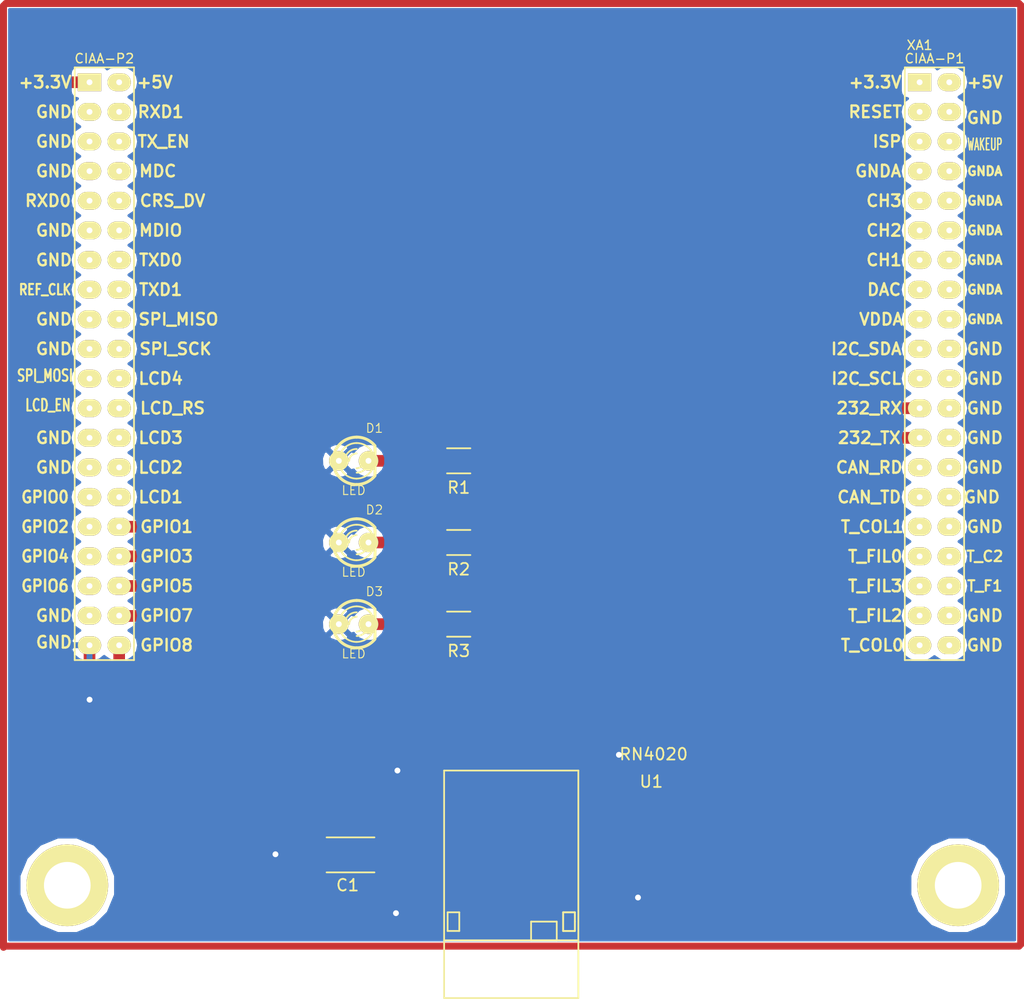
<source format=kicad_pcb>
(kicad_pcb (version 4) (host pcbnew "(2015-09-09 BZR 6176, Git 1d4a46d)-product")

  (general
    (links 23)
    (no_connects 0)
    (area 106.959999 58.474999 193.670001 143.675001)
    (thickness 1.6)
    (drawings 6)
    (tracks 117)
    (zones 0)
    (modules 9)
    (nets 40)
  )

  (page A4)
  (title_block
    (title "Poncho Mediano - Modelo - Ejemplo - Template")
    (date "lun 05 oct 2015")
    (rev 1.0)
    (company "Proyecto CIAA - COMPUTADORA INDUSTRIAL ABIERTA ARGENTINA")
    (comment 1 https://github.com/ciaa/Ponchos/tree/master/modelos/doc)
    (comment 2 "Autores y Licencia del template (Diego Brengi - UNLaM)")
    (comment 3 "Autor del poncho (COMPLETAR NOMBRE Y APELLIDO). Ver directorio \"doc\"")
    (comment 4 "CÓDIGO PONCHO:")
  )

  (layers
    (0 F.Cu signal)
    (31 B.Cu signal hide)
    (32 B.Adhes user hide)
    (33 F.Adhes user hide)
    (34 B.Paste user)
    (35 F.Paste user hide)
    (36 B.SilkS user hide)
    (37 F.SilkS user)
    (38 B.Mask user hide)
    (39 F.Mask user hide)
    (40 Dwgs.User user)
    (41 Cmts.User user hide)
    (42 Eco1.User user hide)
    (43 Eco2.User user hide)
    (44 Edge.Cuts user hide)
    (45 Margin user hide)
    (46 B.CrtYd user hide)
    (47 F.CrtYd user hide)
    (48 B.Fab user hide)
    (49 F.Fab user hide)
  )

  (setup
    (last_trace_width 0.381)
    (user_trace_width 0.508)
    (user_trace_width 0.508)
    (user_trace_width 0.6)
    (user_trace_width 0.635)
    (user_trace_width 0.762)
    (user_trace_width 0.8)
    (user_trace_width 1)
    (user_trace_width 1.016)
    (user_trace_width 1.27)
    (user_trace_width 1.27)
    (user_trace_width 1.524)
    (user_trace_width 1.524)
    (trace_clearance 0.1)
    (zone_clearance 0.508)
    (zone_45_only no)
    (trace_min 0.2)
    (segment_width 0.2)
    (edge_width 0.15)
    (via_size 0.6)
    (via_drill 0.4)
    (via_min_size 0.4)
    (via_min_drill 0.3)
    (user_via 1 0.5)
    (user_via 2 0.5)
    (uvia_size 0.3)
    (uvia_drill 0.1)
    (uvias_allowed no)
    (uvia_min_size 0)
    (uvia_min_drill 0)
    (pcb_text_width 0.3)
    (pcb_text_size 1.5 1.5)
    (mod_edge_width 0.15)
    (mod_text_size 0.000001 0.000001)
    (mod_text_width 0.15)
    (pad_size 1.524 2)
    (pad_drill 0.5)
    (pad_to_mask_clearance 0.2)
    (aux_axis_origin 108.63 138.67)
    (visible_elements 7FFEFF5F)
    (pcbplotparams
      (layerselection 0x00020_80000000)
      (usegerberextensions false)
      (excludeedgelayer false)
      (linewidth 0.100000)
      (plotframeref false)
      (viasonmask false)
      (mode 1)
      (useauxorigin false)
      (hpglpennumber 1)
      (hpglpenspeed 20)
      (hpglpendiameter 15)
      (hpglpenoverlay 2)
      (psnegative false)
      (psa4output false)
      (plotreference true)
      (plotvalue false)
      (plotinvisibletext false)
      (padsonsilk false)
      (subtractmaskfromsilk false)
      (outputformat 1)
      (mirror false)
      (drillshape 0)
      (scaleselection 1)
      (outputdirectory ""))
  )

  (net 0 "")
  (net 1 GND)
  (net 2 +3V3)
  (net 3 "Net-(D1-Pad2)")
  (net 4 "Net-(D2-Pad2)")
  (net 5 "Net-(D3-Pad2)")
  (net 6 "Net-(R1-Pad1)")
  (net 7 "Net-(R2-Pad1)")
  (net 8 "Net-(R3-Pad1)")
  (net 9 "Net-(U1-Pad2)")
  (net 10 "Net-(U1-Pad3)")
  (net 11 "Net-(U1-Pad4)")
  (net 12 "Net-(U1-Pad13)")
  (net 13 "Net-(U1-Pad17)")
  (net 14 "Net-(U1-Pad19)")
  (net 15 "Net-(U1-Pad20)")
  (net 16 "Net-(U1-Pad21)")
  (net 17 "Net-(U1-Pad22)")
  (net 18 "Net-(XA1-Pad69)")
  (net 19 "Net-(XA1-Pad71)")
  (net 20 "Net-(XA1-Pad73)")
  (net 21 "Net-(XA1-Pad75)")
  (net 22 SW)
  (net 23 TX)
  (net 24 RX)
  (net 25 CMD)
  (net 26 CTS)
  (net 27 HW)
  (net 28 RTS)
  (net 29 "Net-(XA1-Pad42)")
  (net 30 "Net-(XA1-Pad43)")
  (net 31 "Net-(XA1-Pad45)")
  (net 32 "Net-(XA1-Pad47)")
  (net 33 "Net-(XA1-Pad51)")
  (net 34 "Net-(XA1-Pad53)")
  (net 35 "Net-(XA1-Pad57)")
  (net 36 "Net-(XA1-Pad59)")
  (net 37 "Net-(XA1-Pad65)")
  (net 38 "Net-(XA1-Pad67)")
  (net 39 "Net-(XA1-Pad77)")

  (net_class Default "This is the default net class."
    (clearance 0.1)
    (trace_width 0.381)
    (via_dia 0.6)
    (via_drill 0.4)
    (uvia_dia 0.3)
    (uvia_drill 0.1)
    (add_net +3V3)
    (add_net CMD)
    (add_net CTS)
    (add_net GND)
    (add_net HW)
    (add_net "Net-(D1-Pad2)")
    (add_net "Net-(D2-Pad2)")
    (add_net "Net-(D3-Pad2)")
    (add_net "Net-(R1-Pad1)")
    (add_net "Net-(R2-Pad1)")
    (add_net "Net-(R3-Pad1)")
    (add_net "Net-(U1-Pad13)")
    (add_net "Net-(U1-Pad17)")
    (add_net "Net-(U1-Pad19)")
    (add_net "Net-(U1-Pad2)")
    (add_net "Net-(U1-Pad20)")
    (add_net "Net-(U1-Pad21)")
    (add_net "Net-(U1-Pad22)")
    (add_net "Net-(U1-Pad3)")
    (add_net "Net-(U1-Pad4)")
    (add_net "Net-(XA1-Pad42)")
    (add_net "Net-(XA1-Pad43)")
    (add_net "Net-(XA1-Pad45)")
    (add_net "Net-(XA1-Pad47)")
    (add_net "Net-(XA1-Pad51)")
    (add_net "Net-(XA1-Pad53)")
    (add_net "Net-(XA1-Pad57)")
    (add_net "Net-(XA1-Pad59)")
    (add_net "Net-(XA1-Pad65)")
    (add_net "Net-(XA1-Pad67)")
    (add_net "Net-(XA1-Pad69)")
    (add_net "Net-(XA1-Pad71)")
    (add_net "Net-(XA1-Pad73)")
    (add_net "Net-(XA1-Pad75)")
    (add_net "Net-(XA1-Pad77)")
    (add_net RTS)
    (add_net RX)
    (add_net SW)
    (add_net TX)
  )

  (module Poncho_Esqueleto:Conn_Poncho_Mediano locked (layer F.Cu) (tedit 5644B486) (tstamp 5612FA4C)
    (at 185.24 65)
    (tags "CONN Poncho")
    (path /563B682E)
    (fp_text reference XA1 (at 0 -3.175) (layer F.SilkS)
      (effects (font (size 0.8 0.8) (thickness 0.12)))
    )
    (fp_text value Conn_PonchoMP_2x_20x2 (at -1.905 51.181) (layer F.SilkS) hide
      (effects (font (size 1.016 1.016) (thickness 0.2032)))
    )
    (fp_line (start 8.255 -6.35) (end 8.255 73.66) (layer Dwgs.User) (width 0.15))
    (fp_line (start -78.105 73.66) (end -78.105 -6.35) (layer Dwgs.User) (width 0.15))
    (fp_line (start -78.105 -6.35) (end 8.255 -6.35) (layer Dwgs.User) (width 0.15))
    (fp_line (start 8.255 73.66) (end -78.105 73.66) (layer Dwgs.User) (width 0.15))
    (fp_text user GPIO8 (at -64.516 48.26) (layer F.SilkS)
      (effects (font (size 1 1) (thickness 0.2)))
    )
    (fp_text user GPIO7 (at -64.516 45.72) (layer F.SilkS)
      (effects (font (size 1 1) (thickness 0.2)))
    )
    (fp_text user GPIO5 (at -64.516 43.18) (layer F.SilkS)
      (effects (font (size 1 1) (thickness 0.2)))
    )
    (fp_text user GPIO3 (at -64.516 40.64) (layer F.SilkS)
      (effects (font (size 1 1) (thickness 0.2)))
    )
    (fp_text user GPIO1 (at -64.516 38.1) (layer F.SilkS)
      (effects (font (size 1 1) (thickness 0.2)))
    )
    (fp_text user LCD1 (at -65.024 35.56) (layer F.SilkS)
      (effects (font (size 1 1) (thickness 0.2)))
    )
    (fp_text user LCD2 (at -65.024 33.02) (layer F.SilkS)
      (effects (font (size 1 1) (thickness 0.2)))
    )
    (fp_text user LCD3 (at -65.024 30.48) (layer F.SilkS)
      (effects (font (size 1 1) (thickness 0.2)))
    )
    (fp_text user LCD_RS (at -64.008 27.94) (layer F.SilkS)
      (effects (font (size 1 1) (thickness 0.2)))
    )
    (fp_text user LCD4 (at -65.024 25.4) (layer F.SilkS)
      (effects (font (size 1 1) (thickness 0.2)))
    )
    (fp_text user SPI_SCK (at -63.754 22.86) (layer F.SilkS)
      (effects (font (size 1 1) (thickness 0.2)))
    )
    (fp_text user SPI_MISO (at -63.5 20.32) (layer F.SilkS)
      (effects (font (size 1 1) (thickness 0.2)))
    )
    (fp_text user TXD1 (at -65.024 17.78) (layer F.SilkS)
      (effects (font (size 1 1) (thickness 0.2)))
    )
    (fp_text user TXD0 (at -65.024 15.24) (layer F.SilkS)
      (effects (font (size 1 1) (thickness 0.2)))
    )
    (fp_text user MDIO (at -65.024 12.7) (layer F.SilkS)
      (effects (font (size 1 1) (thickness 0.2)))
    )
    (fp_text user CRS_DV (at -64.008 10.16) (layer F.SilkS)
      (effects (font (size 1 1) (thickness 0.2)))
    )
    (fp_text user MDC (at -65.278 7.62) (layer F.SilkS)
      (effects (font (size 1 1) (thickness 0.2)))
    )
    (fp_text user TX_EN (at -64.77 5.08) (layer F.SilkS)
      (effects (font (size 1 1) (thickness 0.2)))
    )
    (fp_text user RXD1 (at -65.024 2.54) (layer F.SilkS)
      (effects (font (size 1 1) (thickness 0.2)))
    )
    (fp_text user +5V (at -65.532 0) (layer F.SilkS)
      (effects (font (size 1 1) (thickness 0.2)))
    )
    (fp_text user GND (at -74.168 48.006) (layer F.SilkS)
      (effects (font (size 1 1) (thickness 0.2)))
    )
    (fp_text user GND (at -74.168 45.72) (layer F.SilkS)
      (effects (font (size 1 1) (thickness 0.2)))
    )
    (fp_text user GPIO6 (at -74.93 43.18) (layer F.SilkS)
      (effects (font (size 1 0.9) (thickness 0.2)))
    )
    (fp_text user GPIO4 (at -74.93 40.64) (layer F.SilkS)
      (effects (font (size 1 0.9) (thickness 0.2)))
    )
    (fp_text user GPIO2 (at -74.93 38.1) (layer F.SilkS)
      (effects (font (size 1 0.9) (thickness 0.2)))
    )
    (fp_text user GPIO0 (at -74.93 35.56) (layer F.SilkS)
      (effects (font (size 1 0.9) (thickness 0.2)))
    )
    (fp_text user GND (at -74.168 33.02) (layer F.SilkS)
      (effects (font (size 1 1) (thickness 0.2)))
    )
    (fp_text user GND (at -74.168 30.48) (layer F.SilkS)
      (effects (font (size 1 1) (thickness 0.2)))
    )
    (fp_text user LCD_EN (at -74.676 27.686) (layer F.SilkS)
      (effects (font (size 1 0.7) (thickness 0.17)))
    )
    (fp_text user SPI_MOSI (at -74.93 25.146) (layer F.SilkS)
      (effects (font (size 1 0.7) (thickness 0.17)))
    )
    (fp_text user GND (at -74.168 22.86) (layer F.SilkS)
      (effects (font (size 1 1) (thickness 0.2)))
    )
    (fp_text user GND (at -74.168 20.32) (layer F.SilkS)
      (effects (font (size 1 1) (thickness 0.2)))
    )
    (fp_text user REF_CLK (at -74.93 17.78) (layer F.SilkS)
      (effects (font (size 0.9 0.7) (thickness 0.175)))
    )
    (fp_text user GND (at -74.168 15.24) (layer F.SilkS)
      (effects (font (size 1 1) (thickness 0.2)))
    )
    (fp_text user GND (at -74.168 12.7) (layer F.SilkS)
      (effects (font (size 1 1) (thickness 0.2)))
    )
    (fp_text user GND (at -74.168 7.62) (layer F.SilkS)
      (effects (font (size 1 1) (thickness 0.2)))
    )
    (fp_text user RXD0 (at -74.676 10.16) (layer F.SilkS)
      (effects (font (size 1 1) (thickness 0.2)))
    )
    (fp_text user GND (at -74.168 5.08) (layer F.SilkS)
      (effects (font (size 1 1) (thickness 0.2)))
    )
    (fp_text user GND (at -74.168 2.54) (layer F.SilkS)
      (effects (font (size 1 1) (thickness 0.2)))
    )
    (fp_text user +3.3V (at -74.93 0) (layer F.SilkS)
      (effects (font (size 1 1) (thickness 0.2)))
    )
    (fp_text user GND (at 5.588 48.26) (layer F.SilkS)
      (effects (font (size 1 1) (thickness 0.2)))
    )
    (fp_text user GND (at 5.588 45.72) (layer F.SilkS)
      (effects (font (size 1 1) (thickness 0.2)))
    )
    (fp_text user T_F1 (at 5.588 43.18) (layer F.SilkS)
      (effects (font (size 0.9 0.9) (thickness 0.18)))
    )
    (fp_text user T_C2 (at 5.588 40.64) (layer F.SilkS)
      (effects (font (size 0.9 0.9) (thickness 0.18)))
    )
    (fp_text user GND (at 5.588 38.1) (layer F.SilkS)
      (effects (font (size 1 1) (thickness 0.2)))
    )
    (fp_text user GND (at 5.334 35.56) (layer F.SilkS)
      (effects (font (size 1 1) (thickness 0.2)))
    )
    (fp_text user GND (at 5.588 33.02) (layer F.SilkS)
      (effects (font (size 1 1) (thickness 0.2)))
    )
    (fp_text user GND (at 5.588 30.48) (layer F.SilkS)
      (effects (font (size 1 1) (thickness 0.2)))
    )
    (fp_text user GND (at 5.588 27.94) (layer F.SilkS)
      (effects (font (size 1 1) (thickness 0.2)))
    )
    (fp_text user GND (at 5.588 25.4) (layer F.SilkS)
      (effects (font (size 1 1) (thickness 0.2)))
    )
    (fp_text user GND (at 5.588 22.86) (layer F.SilkS)
      (effects (font (size 1 1) (thickness 0.2)))
    )
    (fp_text user GNDA (at 5.588 20.32) (layer F.SilkS)
      (effects (font (size 0.76 0.76) (thickness 0.19)))
    )
    (fp_text user GNDA (at 5.588 17.78) (layer F.SilkS)
      (effects (font (size 0.76 0.76) (thickness 0.19)))
    )
    (fp_text user GNDA (at 5.588 15.24) (layer F.SilkS)
      (effects (font (size 0.76 0.76) (thickness 0.19)))
    )
    (fp_text user GNDA (at 5.588 12.7) (layer F.SilkS)
      (effects (font (size 0.76 0.76) (thickness 0.19)))
    )
    (fp_text user GNDA (at 5.588 10.16) (layer F.SilkS)
      (effects (font (size 0.76 0.76) (thickness 0.19)))
    )
    (fp_text user GNDA (at 5.588 7.62) (layer F.SilkS)
      (effects (font (size 0.76 0.76) (thickness 0.19)))
    )
    (fp_text user WAKEUP (at 5.588 5.334) (layer F.SilkS)
      (effects (font (size 1 0.5) (thickness 0.125)))
    )
    (fp_text user GND (at 5.588 3.048) (layer F.SilkS)
      (effects (font (size 1 1) (thickness 0.2)))
    )
    (fp_text user +5V (at 5.588 0) (layer F.SilkS)
      (effects (font (size 1 1) (thickness 0.2)))
    )
    (fp_text user T_COL0 (at -4.064 48.26) (layer F.SilkS)
      (effects (font (size 1 1) (thickness 0.2)))
    )
    (fp_text user T_FIL2 (at -3.81 45.72) (layer F.SilkS)
      (effects (font (size 1 1) (thickness 0.2)))
    )
    (fp_text user T_FIL3 (at -3.81 43.18) (layer F.SilkS)
      (effects (font (size 1 1) (thickness 0.2)))
    )
    (fp_text user T_FIL0 (at -3.81 40.64) (layer F.SilkS)
      (effects (font (size 1 1) (thickness 0.2)))
    )
    (fp_text user T_COL1 (at -4.064 38.1) (layer F.SilkS)
      (effects (font (size 1 1) (thickness 0.2)))
    )
    (fp_text user CAN_TD (at -4.318 35.56) (layer F.SilkS)
      (effects (font (size 1 1) (thickness 0.2)))
    )
    (fp_text user CAN_RD (at -4.318 33.02) (layer F.SilkS)
      (effects (font (size 1 1) (thickness 0.2)))
    )
    (fp_text user 232_TX (at -4.318 30.48) (layer F.SilkS)
      (effects (font (size 1 1) (thickness 0.2)))
    )
    (fp_text user 232_RX (at -4.318 27.94) (layer F.SilkS)
      (effects (font (size 1 1) (thickness 0.2)))
    )
    (fp_text user I2C_SCL (at -4.572 25.4) (layer F.SilkS)
      (effects (font (size 1 1) (thickness 0.2)))
    )
    (fp_text user I2C_SDA (at -4.572 22.86) (layer F.SilkS)
      (effects (font (size 1 1) (thickness 0.2)))
    )
    (fp_text user VDDA (at -3.302 20.32) (layer F.SilkS)
      (effects (font (size 1 1) (thickness 0.2)))
    )
    (fp_text user DAC (at -3.048 17.78) (layer F.SilkS)
      (effects (font (size 1 1) (thickness 0.2)))
    )
    (fp_text user CH1 (at -3.048 15.24) (layer F.SilkS)
      (effects (font (size 1 1) (thickness 0.2)))
    )
    (fp_text user CH2 (at -3.048 12.7) (layer F.SilkS)
      (effects (font (size 1 1) (thickness 0.2)))
    )
    (fp_text user CH3 (at -3.048 10.16) (layer F.SilkS)
      (effects (font (size 1 1) (thickness 0.2)))
    )
    (fp_text user GNDA (at -3.556 7.62) (layer F.SilkS)
      (effects (font (size 1 1) (thickness 0.2)))
    )
    (fp_text user ISP (at -2.794 5.08) (layer F.SilkS)
      (effects (font (size 1 1) (thickness 0.2)))
    )
    (fp_text user RESET (at -3.81 2.54) (layer F.SilkS)
      (effects (font (size 1 1) (thickness 0.2)))
    )
    (fp_text user CIAA-P2 (at -69.85 -2.032) (layer F.SilkS)
      (effects (font (size 0.8 0.8) (thickness 0.12)))
    )
    (fp_text user CIAA-P1 (at 1.27 -2.032) (layer F.SilkS)
      (effects (font (size 0.8 0.8) (thickness 0.12)))
    )
    (fp_text user +3.3V (at -3.81 0) (layer F.SilkS)
      (effects (font (size 1 1) (thickness 0.2)))
    )
    (fp_line (start -72.39 0) (end -72.39 -1.27) (layer F.SilkS) (width 0.15))
    (fp_line (start -72.39 -1.27) (end -67.31 -1.27) (layer F.SilkS) (width 0.15))
    (fp_line (start -67.31 -1.27) (end -67.31 49.53) (layer F.SilkS) (width 0.15))
    (fp_line (start -67.31 49.53) (end -72.39 49.53) (layer F.SilkS) (width 0.15))
    (fp_line (start -72.39 49.53) (end -72.39 0) (layer F.SilkS) (width 0.15))
    (fp_line (start -1.27 49.53) (end -1.27 -1.27) (layer F.SilkS) (width 0.15))
    (fp_line (start 3.81 49.53) (end 3.81 -1.27) (layer F.SilkS) (width 0.15))
    (fp_line (start 3.81 49.53) (end -1.27 49.53) (layer F.SilkS) (width 0.15))
    (fp_line (start 3.81 -1.27) (end -1.27 -1.27) (layer F.SilkS) (width 0.15))
    (pad 1 thru_hole rect (at 0 0 270) (size 1.524 2) (drill 0.5) (layers *.Cu *.Mask F.SilkS))
    (pad 2 thru_hole oval (at 2.54 0 270) (size 1.524 2) (drill 0.5) (layers *.Cu *.Mask F.SilkS))
    (pad 11 thru_hole oval (at 0 12.7 270) (size 1.524 2) (drill 0.5) (layers *.Cu *.Mask F.SilkS))
    (pad 4 thru_hole oval (at 2.54 2.54 270) (size 1.524 2) (drill 0.5) (layers *.Cu *.Mask F.SilkS))
    (pad 13 thru_hole oval (at 0 15.24 270) (size 1.524 2) (drill 0.5) (layers *.Cu *.Mask F.SilkS))
    (pad 6 thru_hole oval (at 2.54 5.08 270) (size 1.524 2) (drill 0.5) (layers *.Cu *.Mask F.SilkS))
    (pad 15 thru_hole oval (at 0 17.78 270) (size 1.524 2) (drill 0.5) (layers *.Cu *.Mask F.SilkS))
    (pad 8 thru_hole oval (at 2.54 7.62 270) (size 1.524 2) (drill 0.5) (layers *.Cu *.Mask F.SilkS))
    (pad 17 thru_hole oval (at 0 20.32 270) (size 1.524 2) (drill 0.5) (layers *.Cu *.Mask F.SilkS))
    (pad 10 thru_hole oval (at 2.54 10.16 270) (size 1.524 2) (drill 0.5) (layers *.Cu *.Mask F.SilkS))
    (pad 19 thru_hole oval (at 0 22.86 270) (size 1.524 2) (drill 0.5) (layers *.Cu *.Mask F.SilkS))
    (pad 12 thru_hole oval (at 2.54 12.7 270) (size 1.524 2) (drill 0.5) (layers *.Cu *.Mask F.SilkS))
    (pad 21 thru_hole oval (at 0 25.4 270) (size 1.524 2) (drill 0.5) (layers *.Cu *.Mask F.SilkS))
    (pad 14 thru_hole oval (at 2.54 15.24 270) (size 1.524 2) (drill 0.5) (layers *.Cu *.Mask F.SilkS))
    (pad 23 thru_hole oval (at 0 27.94 270) (size 1.524 2) (drill 0.5) (layers *.Cu *.Mask F.SilkS)
      (net 24 RX))
    (pad 16 thru_hole oval (at 2.54 17.78 270) (size 1.524 2) (drill 0.5) (layers *.Cu *.Mask F.SilkS))
    (pad 25 thru_hole oval (at 0 30.48 270) (size 1.524 2) (drill 0.5) (layers *.Cu *.Mask F.SilkS)
      (net 23 TX))
    (pad 18 thru_hole oval (at 2.54 20.32 270) (size 1.524 2) (drill 0.5) (layers *.Cu *.Mask F.SilkS))
    (pad 27 thru_hole oval (at 0 33.02 270) (size 1.524 2) (drill 0.5) (layers *.Cu *.Mask F.SilkS))
    (pad 20 thru_hole oval (at 2.54 22.86 270) (size 1.524 2) (drill 0.5) (layers *.Cu *.Mask F.SilkS))
    (pad 29 thru_hole oval (at 0 35.56 270) (size 1.524 2) (drill 0.5) (layers *.Cu *.Mask F.SilkS))
    (pad 22 thru_hole oval (at 2.54 25.4 270) (size 1.524 2) (drill 0.5) (layers *.Cu *.Mask F.SilkS))
    (pad 31 thru_hole oval (at 0 38.1 270) (size 1.524 2) (drill 0.5) (layers *.Cu *.Mask F.SilkS))
    (pad 24 thru_hole oval (at 2.54 27.94 270) (size 1.524 2) (drill 0.5) (layers *.Cu *.Mask F.SilkS))
    (pad 26 thru_hole oval (at 2.54 30.48 270) (size 1.524 2) (drill 0.5) (layers *.Cu *.Mask F.SilkS))
    (pad 33 thru_hole oval (at 0 40.64 270) (size 1.524 2) (drill 0.5) (layers *.Cu *.Mask F.SilkS))
    (pad 28 thru_hole oval (at 2.54 33.02 270) (size 1.524 2) (drill 0.5) (layers *.Cu *.Mask F.SilkS))
    (pad 32 thru_hole oval (at 2.54 38.1 270) (size 1.524 2) (drill 0.5) (layers *.Cu *.Mask F.SilkS))
    (pad 34 thru_hole oval (at 2.54 40.64 270) (size 1.524 2) (drill 0.5) (layers *.Cu *.Mask F.SilkS))
    (pad 36 thru_hole oval (at 2.54 43.18 270) (size 1.524 2) (drill 0.5) (layers *.Cu *.Mask F.SilkS))
    (pad 38 thru_hole oval (at 2.54 45.72 270) (size 1.524 2) (drill 0.5) (layers *.Cu *.Mask F.SilkS))
    (pad 35 thru_hole oval (at 0 43.18 270) (size 1.524 2) (drill 0.5) (layers *.Cu *.Mask F.SilkS))
    (pad 37 thru_hole oval (at 0 45.72 270) (size 1.524 2) (drill 0.5) (layers *.Cu *.Mask F.SilkS))
    (pad 3 thru_hole oval (at 0 2.54 270) (size 1.524 2) (drill 0.5) (layers *.Cu *.Mask F.SilkS))
    (pad 5 thru_hole oval (at 0 5.08 270) (size 1.524 2) (drill 0.5) (layers *.Cu *.Mask F.SilkS))
    (pad 7 thru_hole oval (at 0 7.62 270) (size 1.524 2) (drill 0.5) (layers *.Cu *.Mask F.SilkS))
    (pad 9 thru_hole oval (at 0 10.16 270) (size 1.524 2) (drill 0.5) (layers *.Cu *.Mask F.SilkS))
    (pad 39 thru_hole oval (at 0 48.26 270) (size 1.524 2) (drill 0.5) (layers *.Cu *.Mask F.SilkS))
    (pad 40 thru_hole oval (at 2.54 48.26 270) (size 1.524 2) (drill 0.5) (layers *.Cu *.Mask F.SilkS))
    (pad 30 thru_hole oval (at 2.54 35.56 270) (size 1.524 2) (drill 0.5) (layers *.Cu *.Mask F.SilkS))
    (pad 41 thru_hole rect (at -71.12 0 270) (size 1.524 2) (drill 0.5) (layers *.Cu *.Mask F.SilkS)
      (net 2 +3V3))
    (pad 42 thru_hole oval (at -68.58 0 270) (size 1.524 2) (drill 0.5) (layers *.Cu *.Mask F.SilkS)
      (net 29 "Net-(XA1-Pad42)"))
    (pad 43 thru_hole oval (at -71.12 2.54 270) (size 1.524 2) (drill 0.5) (layers *.Cu *.Mask F.SilkS)
      (net 30 "Net-(XA1-Pad43)"))
    (pad 44 thru_hole oval (at -68.58 2.54 270) (size 1.524 2) (drill 0.5) (layers *.Cu *.Mask F.SilkS))
    (pad 45 thru_hole oval (at -71.12 5.08 270) (size 1.524 2) (drill 0.5) (layers *.Cu *.Mask F.SilkS)
      (net 31 "Net-(XA1-Pad45)"))
    (pad 46 thru_hole oval (at -68.58 5.08 270) (size 1.524 2) (drill 0.5) (layers *.Cu *.Mask F.SilkS))
    (pad 47 thru_hole oval (at -71.12 7.62 270) (size 1.524 2) (drill 0.5) (layers *.Cu *.Mask F.SilkS)
      (net 32 "Net-(XA1-Pad47)"))
    (pad 48 thru_hole oval (at -68.58 7.62 270) (size 1.524 2) (drill 0.5) (layers *.Cu *.Mask F.SilkS))
    (pad 49 thru_hole oval (at -71.12 10.16 270) (size 1.524 2) (drill 0.5) (layers *.Cu *.Mask F.SilkS))
    (pad 50 thru_hole oval (at -68.58 10.16 270) (size 1.524 2) (drill 0.5) (layers *.Cu *.Mask F.SilkS))
    (pad 51 thru_hole oval (at -71.12 12.7 270) (size 1.524 2) (drill 0.5) (layers *.Cu *.Mask F.SilkS)
      (net 33 "Net-(XA1-Pad51)"))
    (pad 52 thru_hole oval (at -68.58 12.7 270) (size 1.524 2) (drill 0.5) (layers *.Cu *.Mask F.SilkS))
    (pad 53 thru_hole oval (at -71.12 15.24 270) (size 1.524 2) (drill 0.5) (layers *.Cu *.Mask F.SilkS)
      (net 34 "Net-(XA1-Pad53)"))
    (pad 54 thru_hole oval (at -68.58 15.24 270) (size 1.524 2) (drill 0.5) (layers *.Cu *.Mask F.SilkS))
    (pad 55 thru_hole oval (at -71.12 17.78 270) (size 1.524 2) (drill 0.5) (layers *.Cu *.Mask F.SilkS))
    (pad 56 thru_hole oval (at -68.58 17.78 270) (size 1.524 2) (drill 0.5) (layers *.Cu *.Mask F.SilkS))
    (pad 57 thru_hole oval (at -71.12 20.32 270) (size 1.524 2) (drill 0.5) (layers *.Cu *.Mask F.SilkS)
      (net 35 "Net-(XA1-Pad57)"))
    (pad 58 thru_hole oval (at -68.58 20.32 270) (size 1.524 2) (drill 0.5) (layers *.Cu *.Mask F.SilkS))
    (pad 59 thru_hole oval (at -71.12 22.86 270) (size 1.524 2) (drill 0.5) (layers *.Cu *.Mask F.SilkS)
      (net 36 "Net-(XA1-Pad59)"))
    (pad 60 thru_hole oval (at -68.58 22.86 270) (size 1.524 2) (drill 0.5) (layers *.Cu *.Mask F.SilkS))
    (pad 61 thru_hole oval (at -71.12 25.4 270) (size 1.524 2) (drill 0.5) (layers *.Cu *.Mask F.SilkS))
    (pad 62 thru_hole oval (at -68.58 25.4 270) (size 1.524 2) (drill 0.5) (layers *.Cu *.Mask F.SilkS))
    (pad 63 thru_hole oval (at -71.12 27.94 270) (size 1.524 2) (drill 0.5) (layers *.Cu *.Mask F.SilkS))
    (pad 64 thru_hole oval (at -68.58 27.94 270) (size 1.524 2) (drill 0.5) (layers *.Cu *.Mask F.SilkS))
    (pad 65 thru_hole oval (at -71.12 30.48 270) (size 1.524 2) (drill 0.5) (layers *.Cu *.Mask F.SilkS)
      (net 37 "Net-(XA1-Pad65)"))
    (pad 66 thru_hole oval (at -68.58 30.48 270) (size 1.524 2) (drill 0.5) (layers *.Cu *.Mask F.SilkS))
    (pad 67 thru_hole oval (at -71.12 33.02 270) (size 1.524 2) (drill 0.5) (layers *.Cu *.Mask F.SilkS)
      (net 38 "Net-(XA1-Pad67)"))
    (pad 68 thru_hole oval (at -68.58 33.02 270) (size 1.524 2) (drill 0.5) (layers *.Cu *.Mask F.SilkS))
    (pad 69 thru_hole oval (at -71.12 35.56 270) (size 1.524 2) (drill 0.5) (layers *.Cu *.Mask F.SilkS)
      (net 18 "Net-(XA1-Pad69)"))
    (pad 70 thru_hole oval (at -68.58 35.56 270) (size 1.524 2) (drill 0.5) (layers *.Cu *.Mask F.SilkS))
    (pad 71 thru_hole oval (at -71.12 38.1 270) (size 1.524 2) (drill 0.5) (layers *.Cu *.Mask F.SilkS)
      (net 19 "Net-(XA1-Pad71)"))
    (pad 72 thru_hole oval (at -68.58 38.1 270) (size 1.524 2) (drill 0.5) (layers *.Cu *.Mask F.SilkS)
      (net 22 SW))
    (pad 73 thru_hole oval (at -71.12 40.64 270) (size 1.524 2) (drill 0.5) (layers *.Cu *.Mask F.SilkS)
      (net 20 "Net-(XA1-Pad73)"))
    (pad 74 thru_hole oval (at -68.58 40.64 270) (size 1.524 2) (drill 0.5) (layers *.Cu *.Mask F.SilkS)
      (net 25 CMD))
    (pad 75 thru_hole oval (at -71.12 43.18 270) (size 1.524 2) (drill 0.5) (layers *.Cu *.Mask F.SilkS)
      (net 21 "Net-(XA1-Pad75)"))
    (pad 76 thru_hole oval (at -68.58 43.18 270) (size 1.524 2) (drill 0.5) (layers *.Cu *.Mask F.SilkS)
      (net 26 CTS))
    (pad 77 thru_hole oval (at -71.12 45.72 270) (size 1.524 2) (drill 0.5) (layers *.Cu *.Mask F.SilkS)
      (net 39 "Net-(XA1-Pad77)"))
    (pad 78 thru_hole oval (at -68.58 45.72 270) (size 1.524 2) (drill 0.5) (layers *.Cu *.Mask F.SilkS)
      (net 27 HW))
    (pad 79 thru_hole oval (at -71.12 48.26 270) (size 1.524 2) (drill 0.5) (layers *.Cu *.Mask F.SilkS)
      (net 1 GND))
    (pad 80 thru_hole oval (at -68.58 48.26 270) (size 1.524 2) (drill 0.5) (layers *.Cu *.Mask F.SilkS)
      (net 28 RTS))
    (pad ~ thru_hole circle (at -73.025 68.834) (size 7 7) (drill 4) (layers *.Cu *.Mask F.SilkS))
    (pad ~ thru_hole circle (at 3.302 68.834) (size 7 7) (drill 4) (layers *.Cu *.Mask F.SilkS))
  )

  (module RN4020 (layer F.Cu) (tedit 5637DD0D) (tstamp 5632354D)
    (at 156 124 180)
    (path /561FC38B)
    (fp_text reference U1 (at -6.25 -0.95 180) (layer F.SilkS)
      (effects (font (size 1 1) (thickness 0.15)))
    )
    (fp_text value RN4020 (at -6.45 1.4 180) (layer F.SilkS)
      (effects (font (size 1 1) (thickness 0.15)))
    )
    (fp_line (start 10.2 -13.75) (end 10.2 -12.15) (layer F.SilkS) (width 0.15))
    (fp_line (start 10.2 -12.15) (end 11.2 -12.15) (layer F.SilkS) (width 0.15))
    (fp_line (start 11.2 -12.15) (end 11.2 -13.75) (layer F.SilkS) (width 0.15))
    (fp_line (start 10.2 -13.75) (end 11.2 -13.75) (layer F.SilkS) (width 0.15))
    (fp_line (start 0.3 -13.75) (end 1.3 -13.75) (layer F.SilkS) (width 0.15))
    (fp_line (start 1.3 -12.15) (end 1.3 -13.75) (layer F.SilkS) (width 0.15))
    (fp_line (start 0.3 -12.15) (end 1.3 -12.15) (layer F.SilkS) (width 0.15))
    (fp_line (start 0.3 -12.95) (end 0.3 -12.15) (layer F.SilkS) (width 0.15))
    (fp_line (start 0.3 -13.75) (end 0.3 -12.95) (layer F.SilkS) (width 0.15))
    (fp_line (start 0.3 -13.75) (end 0.3 -12.95) (layer F.SilkS) (width 0.15))
    (fp_line (start 0.3 -12.95) (end 0.3 -12.15) (layer F.SilkS) (width 0.15))
    (fp_line (start 0.3 -12.15) (end 1.3 -12.15) (layer F.SilkS) (width 0.15))
    (fp_line (start 1.3 -12.15) (end 1.3 -13.75) (layer F.SilkS) (width 0.15))
    (fp_line (start 0.3 -13.75) (end 1.3 -13.75) (layer F.SilkS) (width 0.15))
    (fp_line (start 1.85 -12.95) (end 4.05 -12.95) (layer F.SilkS) (width 0.15))
    (fp_line (start 4.05 -12.95) (end 4.05 -14.55) (layer F.SilkS) (width 0.15))
    (fp_line (start 1.85 -14.55) (end 1.85 -12.95) (layer F.SilkS) (width 0.15))
    (fp_line (start 1.85 -14.55) (end 4.05 -14.55) (layer F.SilkS) (width 0.15))
    (fp_line (start 0 -14.55) (end 11.5 -14.55) (layer F.SilkS) (width 0.15))
    (fp_line (start 0 0) (end 0 -19.5) (layer F.SilkS) (width 0.15))
    (fp_line (start 0 -19.5) (end 11.5 -19.5) (layer F.SilkS) (width 0.15))
    (fp_line (start 11.5 -19.5) (end 11.5 0) (layer F.SilkS) (width 0.15))
    (fp_line (start 11.5 0) (end 0 0) (layer F.SilkS) (width 0.15))
    (pad 2 smd rect (at -0.25 -9.7 180) (size 2.5 0.8) (layers F.Cu F.Paste F.Mask)
      (net 9 "Net-(U1-Pad2)"))
    (pad 1 smd rect (at -0.25 -10.9 180) (size 2.5 0.8) (layers F.Cu F.Paste F.Mask)
      (net 1 GND))
    (pad 3 smd rect (at -0.25 -8.5 180) (size 2.5 0.8) (layers F.Cu F.Paste F.Mask)
      (net 10 "Net-(U1-Pad3)"))
    (pad 4 smd rect (at -0.25 -7.3 180) (size 2.5 0.8) (layers F.Cu F.Paste F.Mask)
      (net 11 "Net-(U1-Pad4)"))
    (pad 5 smd rect (at -0.25 -6.1 180) (size 2.5 0.8) (layers F.Cu F.Paste F.Mask)
      (net 23 TX))
    (pad 6 smd rect (at -0.25 -4.9 180) (size 2.5 0.8) (layers F.Cu F.Paste F.Mask)
      (net 24 RX))
    (pad 7 smd rect (at -0.25 -3.7 180) (size 2.5 0.8) (layers F.Cu F.Paste F.Mask)
      (net 22 SW))
    (pad 8 smd rect (at -0.25 -2.5 180) (size 2.5 0.8) (layers F.Cu F.Paste F.Mask)
      (net 25 CMD))
    (pad 9 smd circle (at 0 0 180) (size 2 2) (layers F.Cu F.Paste F.Mask)
      (net 1 GND))
    (pad 10 smd rect (at 2.75 0.25 180) (size 0.8 2.5) (layers F.Cu F.Paste F.Mask)
      (net 6 "Net-(R1-Pad1)"))
    (pad 11 smd rect (at 3.95 0.25 180) (size 0.8 2.5) (layers F.Cu F.Paste F.Mask)
      (net 7 "Net-(R2-Pad1)"))
    (pad 12 smd rect (at 5.15 0.25 180) (size 0.8 2.5) (layers F.Cu F.Paste F.Mask)
      (net 8 "Net-(R3-Pad1)"))
    (pad 13 smd rect (at 6.35 0.25 180) (size 0.8 2.5) (layers F.Cu F.Paste F.Mask)
      (net 12 "Net-(U1-Pad13)"))
    (pad 14 smd rect (at 7.55 0.25 180) (size 0.8 2.5) (layers F.Cu F.Paste F.Mask)
      (net 26 CTS))
    (pad 15 smd rect (at 8.75 0.25 180) (size 0.8 2.5) (layers F.Cu F.Paste F.Mask)
      (net 27 HW))
    (pad 16 smd circle (at 11.5 0 180) (size 2 2) (layers F.Cu F.Paste F.Mask)
      (net 1 GND))
    (pad 17 smd rect (at 11.75 -2.5 180) (size 2.5 0.8) (layers F.Cu F.Paste F.Mask)
      (net 13 "Net-(U1-Pad17)"))
    (pad 18 smd rect (at 11.75 -3.7 180) (size 2.5 0.8) (layers F.Cu F.Paste F.Mask)
      (net 28 RTS))
    (pad 19 smd rect (at 11.75 -4.9 180) (size 2.5 0.8) (layers F.Cu F.Paste F.Mask)
      (net 14 "Net-(U1-Pad19)"))
    (pad 20 smd rect (at 11.75 -6.1 180) (size 2.5 0.8) (layers F.Cu F.Paste F.Mask)
      (net 15 "Net-(U1-Pad20)"))
    (pad 21 smd rect (at 11.75 -7.3 180) (size 2.5 0.8) (layers F.Cu F.Paste F.Mask)
      (net 16 "Net-(U1-Pad21)"))
    (pad 22 smd rect (at 11.75 -8.5 180) (size 2.5 0.8) (layers F.Cu F.Paste F.Mask)
      (net 17 "Net-(U1-Pad22)"))
    (pad 23 smd rect (at 11.75 -9.7 180) (size 2.5 0.8) (layers F.Cu F.Paste F.Mask)
      (net 2 +3V3))
    (pad 24 smd rect (at 11.75 -10.9 180) (size 2.5 0.8) (layers F.Cu F.Paste F.Mask)
      (net 1 GND))
  )

  (module LED-3MM (layer F.Cu) (tedit 50ADE848) (tstamp 56323566)
    (at 136.75006 97.45112)
    (descr "LED 3mm - Lead pitch 100mil (2,54mm)")
    (tags "LED led 3mm 3MM 100mil 2,54mm")
    (path /561FB9E9)
    (fp_text reference D1 (at 1.778 -2.794) (layer F.SilkS)
      (effects (font (size 0.762 0.762) (thickness 0.0889)))
    )
    (fp_text value LED (at 0 2.54) (layer F.SilkS)
      (effects (font (size 0.762 0.762) (thickness 0.0889)))
    )
    (fp_line (start 1.8288 1.27) (end 1.8288 -1.27) (layer F.SilkS) (width 0.254))
    (fp_arc (start 0.254 0) (end -1.27 0) (angle 39.8) (layer F.SilkS) (width 0.1524))
    (fp_arc (start 0.254 0) (end -0.88392 1.01092) (angle 41.6) (layer F.SilkS) (width 0.1524))
    (fp_arc (start 0.254 0) (end 1.4097 -0.9906) (angle 40.6) (layer F.SilkS) (width 0.1524))
    (fp_arc (start 0.254 0) (end 1.778 0) (angle 39.8) (layer F.SilkS) (width 0.1524))
    (fp_arc (start 0.254 0) (end 0.254 -1.524) (angle 54.4) (layer F.SilkS) (width 0.1524))
    (fp_arc (start 0.254 0) (end -0.9652 -0.9144) (angle 53.1) (layer F.SilkS) (width 0.1524))
    (fp_arc (start 0.254 0) (end 1.45542 0.93472) (angle 52.1) (layer F.SilkS) (width 0.1524))
    (fp_arc (start 0.254 0) (end 0.254 1.524) (angle 52.1) (layer F.SilkS) (width 0.1524))
    (fp_arc (start 0.254 0) (end -0.381 0) (angle 90) (layer F.SilkS) (width 0.1524))
    (fp_arc (start 0.254 0) (end -0.762 0) (angle 90) (layer F.SilkS) (width 0.1524))
    (fp_arc (start 0.254 0) (end 0.889 0) (angle 90) (layer F.SilkS) (width 0.1524))
    (fp_arc (start 0.254 0) (end 1.27 0) (angle 90) (layer F.SilkS) (width 0.1524))
    (fp_arc (start 0.254 0) (end 0.254 -2.032) (angle 50.1) (layer F.SilkS) (width 0.254))
    (fp_arc (start 0.254 0) (end -1.5367 -0.95504) (angle 61.9) (layer F.SilkS) (width 0.254))
    (fp_arc (start 0.254 0) (end 1.8034 1.31064) (angle 49.7) (layer F.SilkS) (width 0.254))
    (fp_arc (start 0.254 0) (end 0.254 2.032) (angle 60.2) (layer F.SilkS) (width 0.254))
    (fp_arc (start 0.254 0) (end -1.778 0) (angle 28.3) (layer F.SilkS) (width 0.254))
    (fp_arc (start 0.254 0) (end -1.47574 1.06426) (angle 31.6) (layer F.SilkS) (width 0.254))
    (pad 1 thru_hole circle (at -1.27 0) (size 1.6764 1.6764) (drill 0.5) (layers *.Cu *.Mask F.SilkS)
      (net 1 GND))
    (pad 2 thru_hole circle (at 1.27 0) (size 1.6764 1.6764) (drill 0.5) (layers *.Cu *.Mask F.SilkS)
      (net 3 "Net-(D1-Pad2)"))
    (model discret/leds/led3_vertical_verde.wrl
      (at (xyz 0 0 0))
      (scale (xyz 1 1 1))
      (rotate (xyz 0 0 0))
    )
  )

  (module LED-3MM (layer F.Cu) (tedit 50ADE848) (tstamp 5632357F)
    (at 136.75006 104.45112)
    (descr "LED 3mm - Lead pitch 100mil (2,54mm)")
    (tags "LED led 3mm 3MM 100mil 2,54mm")
    (path /561FB9ED)
    (fp_text reference D2 (at 1.778 -2.794) (layer F.SilkS)
      (effects (font (size 0.762 0.762) (thickness 0.0889)))
    )
    (fp_text value LED (at 0 2.54) (layer F.SilkS)
      (effects (font (size 0.762 0.762) (thickness 0.0889)))
    )
    (fp_line (start 1.8288 1.27) (end 1.8288 -1.27) (layer F.SilkS) (width 0.254))
    (fp_arc (start 0.254 0) (end -1.27 0) (angle 39.8) (layer F.SilkS) (width 0.1524))
    (fp_arc (start 0.254 0) (end -0.88392 1.01092) (angle 41.6) (layer F.SilkS) (width 0.1524))
    (fp_arc (start 0.254 0) (end 1.4097 -0.9906) (angle 40.6) (layer F.SilkS) (width 0.1524))
    (fp_arc (start 0.254 0) (end 1.778 0) (angle 39.8) (layer F.SilkS) (width 0.1524))
    (fp_arc (start 0.254 0) (end 0.254 -1.524) (angle 54.4) (layer F.SilkS) (width 0.1524))
    (fp_arc (start 0.254 0) (end -0.9652 -0.9144) (angle 53.1) (layer F.SilkS) (width 0.1524))
    (fp_arc (start 0.254 0) (end 1.45542 0.93472) (angle 52.1) (layer F.SilkS) (width 0.1524))
    (fp_arc (start 0.254 0) (end 0.254 1.524) (angle 52.1) (layer F.SilkS) (width 0.1524))
    (fp_arc (start 0.254 0) (end -0.381 0) (angle 90) (layer F.SilkS) (width 0.1524))
    (fp_arc (start 0.254 0) (end -0.762 0) (angle 90) (layer F.SilkS) (width 0.1524))
    (fp_arc (start 0.254 0) (end 0.889 0) (angle 90) (layer F.SilkS) (width 0.1524))
    (fp_arc (start 0.254 0) (end 1.27 0) (angle 90) (layer F.SilkS) (width 0.1524))
    (fp_arc (start 0.254 0) (end 0.254 -2.032) (angle 50.1) (layer F.SilkS) (width 0.254))
    (fp_arc (start 0.254 0) (end -1.5367 -0.95504) (angle 61.9) (layer F.SilkS) (width 0.254))
    (fp_arc (start 0.254 0) (end 1.8034 1.31064) (angle 49.7) (layer F.SilkS) (width 0.254))
    (fp_arc (start 0.254 0) (end 0.254 2.032) (angle 60.2) (layer F.SilkS) (width 0.254))
    (fp_arc (start 0.254 0) (end -1.778 0) (angle 28.3) (layer F.SilkS) (width 0.254))
    (fp_arc (start 0.254 0) (end -1.47574 1.06426) (angle 31.6) (layer F.SilkS) (width 0.254))
    (pad 1 thru_hole circle (at -1.27 0) (size 1.6764 1.6764) (drill 0.5) (layers *.Cu *.Mask F.SilkS)
      (net 1 GND))
    (pad 2 thru_hole circle (at 1.27 0) (size 1.6764 1.6764) (drill 0.5) (layers *.Cu *.Mask F.SilkS)
      (net 4 "Net-(D2-Pad2)"))
    (model discret/leds/led3_vertical_verde.wrl
      (at (xyz 0 0 0))
      (scale (xyz 1 1 1))
      (rotate (xyz 0 0 0))
    )
  )

  (module LED-3MM (layer F.Cu) (tedit 5644B466) (tstamp 56323598)
    (at 136.75006 111.45112)
    (descr "LED 3mm - Lead pitch 100mil (2,54mm)")
    (tags "LED led 3mm 3MM 100mil 2,54mm")
    (path /561FB9EE)
    (fp_text reference D3 (at 1.778 -2.794) (layer F.SilkS)
      (effects (font (size 0.762 0.762) (thickness 0.0889)))
    )
    (fp_text value LED (at 0 2.54) (layer F.SilkS)
      (effects (font (size 0.762 0.762) (thickness 0.0889)))
    )
    (fp_line (start 1.8288 1.27) (end 1.8288 -1.27) (layer F.SilkS) (width 0.254))
    (fp_arc (start 0.254 0) (end -1.27 0) (angle 39.8) (layer F.SilkS) (width 0.1524))
    (fp_arc (start 0.254 0) (end -0.88392 1.01092) (angle 41.6) (layer F.SilkS) (width 0.1524))
    (fp_arc (start 0.254 0) (end 1.4097 -0.9906) (angle 40.6) (layer F.SilkS) (width 0.1524))
    (fp_arc (start 0.254 0) (end 1.778 0) (angle 39.8) (layer F.SilkS) (width 0.1524))
    (fp_arc (start 0.254 0) (end 0.254 -1.524) (angle 54.4) (layer F.SilkS) (width 0.1524))
    (fp_arc (start 0.254 0) (end -0.9652 -0.9144) (angle 53.1) (layer F.SilkS) (width 0.1524))
    (fp_arc (start 0.254 0) (end 1.45542 0.93472) (angle 52.1) (layer F.SilkS) (width 0.1524))
    (fp_arc (start 0.254 0) (end 0.254 1.524) (angle 52.1) (layer F.SilkS) (width 0.1524))
    (fp_arc (start 0.254 0) (end -0.381 0) (angle 90) (layer F.SilkS) (width 0.1524))
    (fp_arc (start 0.254 0) (end -0.762 0) (angle 90) (layer F.SilkS) (width 0.1524))
    (fp_arc (start 0.254 0) (end 0.889 0) (angle 90) (layer F.SilkS) (width 0.1524))
    (fp_arc (start 0.254 0) (end 1.27 0) (angle 90) (layer F.SilkS) (width 0.1524))
    (fp_arc (start 0.254 0) (end 0.254 -2.032) (angle 50.1) (layer F.SilkS) (width 0.254))
    (fp_arc (start 0.254 0) (end -1.5367 -0.95504) (angle 61.9) (layer F.SilkS) (width 0.254))
    (fp_arc (start 0.254 0) (end 1.8034 1.31064) (angle 49.7) (layer F.SilkS) (width 0.254))
    (fp_arc (start 0.254 0) (end 0.254 2.032) (angle 60.2) (layer F.SilkS) (width 0.254))
    (fp_arc (start 0.254 0) (end -1.778 0) (angle 28.3) (layer F.SilkS) (width 0.254))
    (fp_arc (start 0.254 0) (end -1.47574 1.06426) (angle 31.6) (layer F.SilkS) (width 0.254))
    (pad 1 thru_hole circle (at -1.27 0) (size 1.6764 1.6764) (drill 0.5) (layers *.Cu *.Mask F.SilkS)
      (net 1 GND))
    (pad 2 thru_hole circle (at 1.27 0) (size 1.6764 1.6764) (drill 0.5) (layers *.Cu *.Mask F.SilkS)
      (net 5 "Net-(D3-Pad2)"))
    (model discret/leds/led3_vertical_verde.wrl
      (at (xyz 0 0 0))
      (scale (xyz 1 1 1))
      (rotate (xyz 0 0 0))
    )
  )

  (module Resistors_SMD:R_1206 (layer F.Cu) (tedit 5644A627) (tstamp 5637C28D)
    (at 145.75006 111.45112 180)
    (descr "Resistor SMD 1206, reflow soldering, Vishay (see dcrcw.pdf)")
    (tags "resistor 1206")
    (path /561FB9EC)
    (attr smd)
    (fp_text reference R3 (at 0 -2.3 180) (layer F.SilkS)
      (effects (font (size 1 1) (thickness 0.15)))
    )
    (fp_text value R (at 0 2.3 180) (layer F.Fab)
      (effects (font (size 1 1) (thickness 0.15)))
    )
    (fp_line (start -2.2 -1.2) (end 2.2 -1.2) (layer F.CrtYd) (width 0.05))
    (fp_line (start -2.2 1.2) (end 2.2 1.2) (layer F.CrtYd) (width 0.05))
    (fp_line (start -2.2 -1.2) (end -2.2 1.2) (layer F.CrtYd) (width 0.05))
    (fp_line (start 2.2 -1.2) (end 2.2 1.2) (layer F.CrtYd) (width 0.05))
    (fp_line (start 1 1.075) (end -1 1.075) (layer F.SilkS) (width 0.15))
    (fp_line (start -1 -1.075) (end 1 -1.075) (layer F.SilkS) (width 0.15))
    (pad 1 smd rect (at -1.45 0 180) (size 1.8 2) (layers F.Cu F.Paste F.Mask)
      (net 8 "Net-(R3-Pad1)"))
    (pad 2 smd rect (at 1.45 0 180) (size 1.8 2) (layers F.Cu F.Paste F.Mask)
      (net 5 "Net-(D3-Pad2)"))
    (model Resistors_SMD.3dshapes/R_1206.wrl
      (at (xyz 0 0 0))
      (scale (xyz 1 1 1))
      (rotate (xyz 0 0 0))
    )
  )

  (module Resistors_SMD:R_1206 (layer F.Cu) (tedit 5644A63E) (tstamp 5637C287)
    (at 145.75006 104.45112 180)
    (descr "Resistor SMD 1206, reflow soldering, Vishay (see dcrcw.pdf)")
    (tags "resistor 1206")
    (path /561FB9EB)
    (attr smd)
    (fp_text reference R2 (at 0 -2.3 180) (layer F.SilkS)
      (effects (font (size 1 1) (thickness 0.15)))
    )
    (fp_text value R (at 0 2.3 180) (layer F.Fab)
      (effects (font (size 1 1) (thickness 0.15)))
    )
    (fp_line (start -2.2 -1.2) (end 2.2 -1.2) (layer F.CrtYd) (width 0.05))
    (fp_line (start -2.2 1.2) (end 2.2 1.2) (layer F.CrtYd) (width 0.05))
    (fp_line (start -2.2 -1.2) (end -2.2 1.2) (layer F.CrtYd) (width 0.05))
    (fp_line (start 2.2 -1.2) (end 2.2 1.2) (layer F.CrtYd) (width 0.05))
    (fp_line (start 1 1.075) (end -1 1.075) (layer F.SilkS) (width 0.15))
    (fp_line (start -1 -1.075) (end 1 -1.075) (layer F.SilkS) (width 0.15))
    (pad 1 smd rect (at -1.45 0 180) (size 1.8 2) (layers F.Cu F.Paste F.Mask)
      (net 7 "Net-(R2-Pad1)"))
    (pad 2 smd rect (at 1.45 0 180) (size 1.8 2) (layers F.Cu F.Paste F.Mask)
      (net 4 "Net-(D2-Pad2)"))
    (model Resistors_SMD.3dshapes/R_1206.wrl
      (at (xyz 0 0 0))
      (scale (xyz 1 1 1))
      (rotate (xyz 0 0 0))
    )
  )

  (module Resistors_SMD:R_1206 (layer F.Cu) (tedit 5644A673) (tstamp 5637C281)
    (at 145.75006 97.45112 180)
    (descr "Resistor SMD 1206, reflow soldering, Vishay (see dcrcw.pdf)")
    (tags "resistor 1206")
    (path /561FB9E7)
    (attr smd)
    (fp_text reference R1 (at 0 -2.3 180) (layer F.SilkS)
      (effects (font (size 1 1) (thickness 0.15)))
    )
    (fp_text value R (at 0 2.3 180) (layer F.Fab)
      (effects (font (size 1 1) (thickness 0.15)))
    )
    (fp_line (start -2.2 -1.2) (end 2.2 -1.2) (layer F.CrtYd) (width 0.05))
    (fp_line (start -2.2 1.2) (end 2.2 1.2) (layer F.CrtYd) (width 0.05))
    (fp_line (start -2.2 -1.2) (end -2.2 1.2) (layer F.CrtYd) (width 0.05))
    (fp_line (start 2.2 -1.2) (end 2.2 1.2) (layer F.CrtYd) (width 0.05))
    (fp_line (start 1 1.075) (end -1 1.075) (layer F.SilkS) (width 0.15))
    (fp_line (start -1 -1.075) (end 1 -1.075) (layer F.SilkS) (width 0.15))
    (pad 1 smd rect (at -1.45 0 180) (size 1.8 2) (layers F.Cu F.Paste F.Mask)
      (net 6 "Net-(R1-Pad1)"))
    (pad 2 smd rect (at 1.45 0 180) (size 1.8 2) (layers F.Cu F.Paste F.Mask)
      (net 3 "Net-(D1-Pad2)"))
    (model Resistors_SMD.3dshapes/R_1206.wrl
      (at (xyz 0 0 0))
      (scale (xyz 1 1 1))
      (rotate (xyz 0 0 0))
    )
  )

  (module Capacitors_Tantalum_SMD:TantalC_SizeB_EIA-3528_Reflow (layer F.Cu) (tedit 5644A737) (tstamp 5637C27B)
    (at 136.23046 131.22934 180)
    (descr "Tantal Cap. , Size B, EIA-3528, Reflow")
    (tags "Tantal Capacitor Size-B EIA-3528 Reflow")
    (path /5637C0B9)
    (attr smd)
    (fp_text reference C1 (at 0 -2.6 180) (layer F.SilkS)
      (effects (font (size 1 1) (thickness 0.15)))
    )
    (fp_text value CP1 (at 0 2.7 180) (layer F.Fab)
      (effects (font (size 1 1) (thickness 0.15)))
    )
    (fp_line (start 2.7 -1.8) (end -2.7 -1.8) (layer F.CrtYd) (width 0.05))
    (fp_line (start -2.7 -1.8) (end -2.7 1.8) (layer F.CrtYd) (width 0.05))
    (fp_line (start -2.7 1.8) (end 2.7 1.8) (layer F.CrtYd) (width 0.05))
    (fp_line (start 2.7 1.8) (end 2.7 -1.8) (layer F.CrtYd) (width 0.05))
    (fp_line (start 1.8 1.5) (end -2.3 1.5) (layer F.SilkS) (width 0.15))
    (fp_line (start 1.8 -1.5) (end -2.3 -1.5) (layer F.SilkS) (width 0.15))
    (pad 2 smd rect (at 1.71 0 180) (size 2.3 2.3) (layers F.Cu F.Paste F.Mask)
      (net 1 GND))
    (pad 1 smd rect (at -1.71 0 180) (size 2.3 2.3) (layers F.Cu F.Paste F.Mask)
      (net 2 +3V3))
    (model Capacitors_Tantalum_SMD.3dshapes/TantalC_SizeB_EIA-3528_Reflow.wrl
      (at (xyz 0 0 0))
      (scale (xyz 1 1 1))
      (rotate (xyz 0 0 180))
    )
  )

  (gr_text "Laurella\nMorgillo\nMuriel\nSolito\nZubieta" (at 123 70) (layer F.Cu)
    (effects (font (size 1.5 1.5) (thickness 0.3)) (justify left))
  )
  (gr_text +3.3V (at 113.5 62.5) (layer F.Cu) (tstamp 5644AE23)
    (effects (font (size 0.8 0.8) (thickness 0.2)))
  )
  (gr_text +3.3V (at 131 137.5) (layer F.Cu)
    (effects (font (size 0.8 0.8) (thickness 0.2)))
  )
  (gr_text Awake (at 136.5 108) (layer F.Cu)
    (effects (font (size 0.8 0.8) (thickness 0.2)))
  )
  (gr_text Event (at 136.5 101) (layer F.Cu)
    (effects (font (size 0.8 0.8) (thickness 0.2)))
  )
  (gr_text Connected (at 137 94) (layer F.Cu)
    (effects (font (size 0.8 0.8) (thickness 0.2)))
  )

  (segment (start 193.75 139.05) (end 106.75 139.05) (width 0.6) (layer F.Cu) (net 0) (tstamp 5644AECD))
  (segment (start 106.75 139.15) (end 106.75 58.45) (width 0.6) (layer F.Cu) (net 0))
  (segment (start 193.9 138.9) (end 193.75 139.05) (width 0.6) (layer F.Cu) (net 0) (tstamp 5644AEAA))
  (segment (start 193.9 58.4) (end 193.9 138.9) (width 0.6) (layer F.Cu) (net 0) (tstamp 5644AE9D))
  (segment (start 193.75 58.25) (end 193.9 58.4) (width 0.6) (layer F.Cu) (net 0) (tstamp 5644AE93))
  (segment (start 106.95 58.25) (end 193.75 58.25) (width 0.6) (layer F.Cu) (net 0) (tstamp 5644AE8D))
  (segment (start 106.75 58.45) (end 106.95 58.25) (width 0.6) (layer F.Cu) (net 0) (tstamp 5644AE73))
  (segment (start 114.12 113.26) (end 114.12 117.91974) (width 1) (layer F.Cu) (net 1))
  (segment (start 114.10046 117.9002) (end 114.07546 117.9002) (width 0.8) (layer B.Cu) (net 1) (tstamp 5640D4C9))
  (segment (start 114.12546 117.9252) (end 114.10046 117.9002) (width 0.8) (layer B.Cu) (net 1) (tstamp 5640D4C8))
  (via (at 114.12546 117.9252) (size 2) (drill 0.5) (layers F.Cu B.Cu) (net 1))
  (segment (start 114.12 117.91974) (end 114.12546 117.9252) (width 0.8) (layer F.Cu) (net 1) (tstamp 5640D4BD))
  (segment (start 134.77046 131.22934) (end 130.1046 131.22934) (width 1) (layer F.Cu) (net 1))
  (via (at 130.05046 131.1752) (size 2) (drill 0.5) (layers F.Cu B.Cu) (net 1))
  (segment (start 130.1046 131.22934) (end 130.05046 131.1752) (width 0.6) (layer F.Cu) (net 1) (tstamp 5640D8CA))
  (segment (start 144.25 134.9) (end 141.70066 134.9) (width 0.6) (layer F.Cu) (net 1))
  (via (at 140.37546 136.2252) (size 2) (drill 0.5) (layers F.Cu B.Cu) (net 1))
  (segment (start 141.70066 134.9) (end 140.37546 136.2252) (width 0.6) (layer F.Cu) (net 1) (tstamp 5640D6F8))
  (segment (start 156 124) (end 158.12566 124) (width 1) (layer F.Cu) (net 1))
  (via (at 159.47546 122.6502) (size 2) (drill 0.5) (layers F.Cu B.Cu) (net 1))
  (segment (start 158.12566 124) (end 159.47546 122.6502) (width 1) (layer F.Cu) (net 1) (tstamp 5640D6CA))
  (via (at 161.11046 134.8852) (size 2) (drill 0.5) (layers F.Cu B.Cu) (net 1) (tstamp 563B74F9))
  (segment (start 157.11 134.885) (end 161.11026 134.885) (width 0.6) (layer F.Cu) (net 1) (tstamp 563B74F8))
  (segment (start 144.5 124) (end 140.50066 124) (width 1) (layer F.Cu) (net 1))
  (via (at 140.50046 124.0002) (size 2) (drill 0.5) (layers F.Cu B.Cu) (net 1))
  (segment (start 140.50066 124) (end 140.50046 124.0002) (width 0.8) (layer F.Cu) (net 1) (tstamp 563B742B))
  (segment (start 156 124) (end 156.00066 124) (width 0.8) (layer F.Cu) (net 1))
  (segment (start 156 124) (end 156.0002 124.0002) (width 0.8) (layer F.Cu) (net 1))
  (segment (start 156.22 124.03) (end 156.2 124.05) (width 0.6) (layer F.Cu) (net 1) (tstamp 5637EAD1))
  (segment (start 137.69046 131.22934) (end 140.3796 131.22934) (width 0.6) (layer F.Cu) (net 2))
  (segment (start 140.5298 131.37954) (end 141.47546 132.3252) (width 0.6) (layer F.Cu) (net 2) (tstamp 5640D83D))
  (segment (start 141.47546 132.3252) (end 141.47546 133.7) (width 0.6) (layer F.Cu) (net 2) (tstamp 5640D844))
  (segment (start 140.3796 131.22934) (end 140.5298 131.37954) (width 0.6) (layer F.Cu) (net 2) (tstamp 5640D8BE))
  (segment (start 144.25 133.7) (end 141.47546 133.7) (width 0.6) (layer F.Cu) (net 2))
  (segment (start 141.47546 133.7) (end 139.52566 133.7) (width 0.6) (layer F.Cu) (net 2) (tstamp 5640D848))
  (segment (start 112.10066 65) (end 114.12 65) (width 1) (layer F.Cu) (net 2) (tstamp 5640D831))
  (segment (start 110.05046 67.0502) (end 112.10066 65) (width 1) (layer F.Cu) (net 2) (tstamp 5640D82F))
  (segment (start 110.05046 121.8002) (end 110.05046 67.0502) (width 1) (layer F.Cu) (net 2) (tstamp 5640D82A))
  (segment (start 123.90046 135.6502) (end 110.05046 121.8002) (width 1) (layer F.Cu) (net 2) (tstamp 5640D827))
  (segment (start 137.57546 135.6502) (end 123.90046 135.6502) (width 1) (layer F.Cu) (net 2) (tstamp 5640D80C))
  (segment (start 139.52566 133.7) (end 137.57546 135.6502) (width 0.8) (layer F.Cu) (net 2) (tstamp 5640D7FA))
  (segment (start 144.30006 97.45112) (end 138.02006 97.45112) (width 1) (layer F.Cu) (net 3))
  (segment (start 138.02006 104.45112) (end 144.30006 104.45112) (width 1) (layer F.Cu) (net 4))
  (segment (start 138.02006 111.45112) (end 144.30006 111.45112) (width 1) (layer F.Cu) (net 5))
  (segment (start 157.20046 111.5) (end 157.20046 107.45152) (width 1) (layer F.Cu) (net 6))
  (segment (start 157.20046 107.45152) (end 147.20006 97.45112) (width 1) (layer F.Cu) (net 6) (tstamp 5644AB3D))
  (segment (start 157.20046 117.8002) (end 157.20046 111.5) (width 1) (layer F.Cu) (net 6))
  (segment (start 157.20046 111.5) (end 157.20046 111.45152) (width 1) (layer F.Cu) (net 6) (tstamp 5644AB3B))
  (segment (start 153.25 121.75066) (end 153.25 123.75) (width 0.6) (layer F.Cu) (net 6))
  (segment (start 153.25 121.75066) (end 155.80046 119.2002) (width 0.6) (layer F.Cu) (net 6) (tstamp 5640BC25))
  (segment (start 157.20046 117.8002) (end 155.80046 119.2002) (width 1) (layer F.Cu) (net 6))
  (segment (start 154.20046 113.45152) (end 154.20046 111.45152) (width 1) (layer F.Cu) (net 7))
  (segment (start 152.05 120.15066) (end 154.20046 118.0002) (width 0.6) (layer F.Cu) (net 7) (tstamp 5640BBDD))
  (segment (start 154.20046 118.0002) (end 154.20046 113.45152) (width 1) (layer F.Cu) (net 7) (tstamp 5640BBE4))
  (segment (start 152.05 123.75) (end 152.05 120.15066) (width 0.6) (layer F.Cu) (net 7))
  (segment (start 154.20046 111.45152) (end 147.20006 104.45112) (width 1) (layer F.Cu) (net 7) (tstamp 5644AB20))
  (segment (start 147.20052 104.45066) (end 147.20006 104.45112) (width 0.6) (layer F.Cu) (net 7) (tstamp 5637EA73))
  (segment (start 152.05 123.75) (end 152.05046 123.74954) (width 0.6) (layer F.Cu) (net 7))
  (segment (start 147.20006 111.45112) (end 150.85 115.10106) (width 1) (layer F.Cu) (net 8))
  (segment (start 150.85 115.10106) (end 150.85 117.87566) (width 1) (layer F.Cu) (net 8))
  (segment (start 150.85 123.75) (end 150.85 117.87566) (width 0.6) (layer F.Cu) (net 8))
  (segment (start 150.85 117.87566) (end 150.85046 117.8752) (width 0.6) (layer F.Cu) (net 8) (tstamp 5640CFB0))
  (segment (start 147.20052 111.45066) (end 147.20006 111.45112) (width 0.6) (layer F.Cu) (net 8) (tstamp 5637EA99))
  (segment (start 150.85 123.75) (end 150.85046 123.74954) (width 0.6) (layer F.Cu) (net 8))
  (segment (start 156.25 127.7) (end 164.02566 127.7) (width 0.6) (layer F.Cu) (net 22))
  (segment (start 122.61566 103.1) (end 116.66 103.1) (width 1) (layer F.Cu) (net 22) (tstamp 5640D152))
  (segment (start 124.91046 100.8052) (end 122.61566 103.1) (width 1) (layer F.Cu) (net 22) (tstamp 5640D14C))
  (segment (start 124.91046 96.4852) (end 124.91046 100.8052) (width 1) (layer F.Cu) (net 22) (tstamp 5640D147))
  (segment (start 133.72046 87.6752) (end 124.91046 96.4852) (width 1) (layer F.Cu) (net 22) (tstamp 5640D140))
  (segment (start 152.21046 87.6752) (end 133.72046 87.6752) (width 1) (layer F.Cu) (net 22) (tstamp 5640D137))
  (segment (start 166.62546 102.0902) (end 152.21046 87.6752) (width 1) (layer F.Cu) (net 22) (tstamp 5640D125))
  (segment (start 166.62546 125.1002) (end 166.62546 102.0902) (width 1) (layer F.Cu) (net 22) (tstamp 5640D11B))
  (segment (start 164.02566 127.7) (end 166.62546 125.1002) (width 0.8) (layer F.Cu) (net 22) (tstamp 5640D117))
  (segment (start 172.15046 117.8502) (end 172.15046 101.3502) (width 1) (layer F.Cu) (net 23))
  (segment (start 167.10046 131.7752) (end 172.15046 126.7252) (width 1) (layer F.Cu) (net 23) (tstamp 5640D2D5))
  (segment (start 172.15046 126.7252) (end 172.15046 117.8502) (width 1) (layer F.Cu) (net 23) (tstamp 5640D2DB))
  (segment (start 156.25 130.1) (end 159.65026 130.1) (width 0.6) (layer F.Cu) (net 23))
  (segment (start 159.65026 130.1) (end 161.32546 131.7752) (width 0.6) (layer F.Cu) (net 23) (tstamp 5640D272))
  (segment (start 161.32546 131.7752) (end 167.10046 131.7752) (width 1) (layer F.Cu) (net 23))
  (segment (start 178.02066 95.48) (end 185.24 95.48) (width 1) (layer F.Cu) (net 23) (tstamp 5640D323))
  (segment (start 172.15046 101.3502) (end 178.02066 95.48) (width 1) (layer F.Cu) (net 23) (tstamp 5640D31B))
  (segment (start 169.60046 109.4252) (end 169.60046 100.2002) (width 1) (layer F.Cu) (net 24))
  (segment (start 176.86066 92.94) (end 185.24 92.94) (width 1) (layer F.Cu) (net 24) (tstamp 5640D314))
  (segment (start 169.60046 100.2002) (end 176.86066 92.94) (width 1) (layer F.Cu) (net 24) (tstamp 5640D30F))
  (segment (start 161.95046 129.8252) (end 166.12546 129.8252) (width 1) (layer F.Cu) (net 24))
  (segment (start 161.02526 128.9) (end 161.95046 129.8252) (width 0.6) (layer F.Cu) (net 24) (tstamp 5640D27C))
  (segment (start 156.25 128.9) (end 161.02526 128.9) (width 0.6) (layer F.Cu) (net 24))
  (segment (start 169.60046 109.4252) (end 169.60046 109.4752) (width 0.6) (layer F.Cu) (net 24) (tstamp 5640D2A9))
  (segment (start 169.60046 126.3502) (end 169.60046 109.4252) (width 1) (layer F.Cu) (net 24) (tstamp 5640D296))
  (segment (start 166.12546 129.8252) (end 169.60046 126.3502) (width 1) (layer F.Cu) (net 24) (tstamp 5640D28B))
  (segment (start 156.25 126.5) (end 161.52566 126.5) (width 0.6) (layer F.Cu) (net 25))
  (segment (start 123.61566 105.64) (end 116.66 105.64) (width 1) (layer F.Cu) (net 25) (tstamp 5640D0B8))
  (segment (start 127.61046 101.6452) (end 123.61566 105.64) (width 1) (layer F.Cu) (net 25) (tstamp 5640D0A7))
  (segment (start 127.61046 97.7502) (end 127.61046 101.6452) (width 1) (layer F.Cu) (net 25) (tstamp 5640D09F))
  (segment (start 134.95546 90.4052) (end 127.61046 97.7502) (width 1) (layer F.Cu) (net 25) (tstamp 5640D09E))
  (segment (start 150.93546 90.4052) (end 134.95546 90.4052) (width 1) (layer F.Cu) (net 25) (tstamp 5640D098))
  (segment (start 163.65046 103.1202) (end 150.93546 90.4052) (width 1) (layer F.Cu) (net 25) (tstamp 5640D08F))
  (segment (start 163.65046 124.3752) (end 163.65046 103.1202) (width 1) (layer F.Cu) (net 25) (tstamp 5640D08B))
  (segment (start 161.52566 126.5) (end 163.65046 124.3752) (width 0.6) (layer F.Cu) (net 25) (tstamp 5640D085))
  (segment (start 146.40046 117.5502) (end 133.20046 117.5502) (width 1) (layer F.Cu) (net 26))
  (segment (start 148.45 119.59974) (end 147.12546 118.2752) (width 1) (layer F.Cu) (net 26) (tstamp 5640B2FC))
  (segment (start 148.45 123.75) (end 148.45 119.59974) (width 0.6) (layer F.Cu) (net 26))
  (segment (start 146.40046 117.5502) (end 147.12546 118.2752) (width 1) (layer F.Cu) (net 26))
  (segment (start 123.83026 108.18) (end 116.66 108.18) (width 1) (layer F.Cu) (net 26) (tstamp 5640B7CF))
  (segment (start 133.20046 117.5502) (end 123.83026 108.18) (width 1) (layer F.Cu) (net 26) (tstamp 5640B7C2))
  (segment (start 116.6902 110.7502) (end 123.00046 110.7502) (width 1) (layer F.Cu) (net 27))
  (segment (start 132.05046 119.8002) (end 123.00046 110.7502) (width 1) (layer F.Cu) (net 27) (tstamp 5640B44B))
  (segment (start 147.25 120.89974) (end 147.25 123.75) (width 0.6) (layer F.Cu) (net 27))
  (segment (start 147.25 120.89974) (end 146.15046 119.8002) (width 0.6) (layer F.Cu) (net 27) (tstamp 5640B2DD))
  (segment (start 146.15046 119.8002) (end 132.05046 119.8002) (width 1) (layer F.Cu) (net 27))
  (segment (start 116.6902 110.7502) (end 116.66 110.72) (width 0.8) (layer F.Cu) (net 27) (tstamp 5640B47C))
  (segment (start 132.85046 126.3502) (end 120.70046 126.3502) (width 1) (layer F.Cu) (net 28))
  (segment (start 139.95026 127.7) (end 138.60046 126.3502) (width 1) (layer F.Cu) (net 28) (tstamp 563B75CA))
  (segment (start 138.60046 126.3502) (end 132.85046 126.3502) (width 1) (layer F.Cu) (net 28) (tstamp 563B75D2))
  (segment (start 144.25 127.7) (end 139.95026 127.7) (width 0.6) (layer F.Cu) (net 28))
  (segment (start 116.66 122.30974) (end 116.66 113.26) (width 1) (layer F.Cu) (net 28) (tstamp 5640B294))
  (segment (start 120.70046 126.3502) (end 116.66 122.30974) (width 1) (layer F.Cu) (net 28) (tstamp 5640B27E))

  (zone (net 0) (net_name "") (layer F.Cu) (tstamp 5640B016) (hatch edge 0.508)
    (connect_pads (clearance 0.508))
    (min_thickness 0.254)
    (keepout (tracks not_allowed) (vias not_allowed) (copperpour allowed))
    (fill (arc_segments 16) (thermal_gap 0.508) (thermal_bridge_width 0.508))
    (polygon
      (pts
        (xy 154.20046 138.5002) (xy 151.90046 138.5002) (xy 151.90046 136.9002) (xy 154.20046 136.9002) (xy 154.20046 138.5002)
      )
    )
  )
  (zone (net 1) (net_name GND) (layer B.Cu) (tstamp 56449D33) (hatch edge 0.508)
    (connect_pads (clearance 0.508))
    (min_thickness 0.254)
    (fill yes (arc_segments 16) (thermal_gap 0.508) (thermal_bridge_width 0.508))
    (polygon
      (pts
        (xy 193.50366 138.6482) (xy 107.14366 138.6482) (xy 107.14366 58.6382) (xy 193.50366 58.6382) (xy 193.50366 138.6482)
      )
    )
    (filled_polygon
      (pts
        (xy 193.37666 138.5212) (xy 107.27066 138.5212) (xy 107.27066 134.652894) (xy 108.079284 134.652894) (xy 108.707474 136.173229)
        (xy 109.869653 137.337438) (xy 111.388889 137.96828) (xy 113.033894 137.969716) (xy 114.554229 137.341526) (xy 115.718438 136.179347)
        (xy 116.34928 134.660111) (xy 116.349286 134.652894) (xy 184.406284 134.652894) (xy 185.034474 136.173229) (xy 186.196653 137.337438)
        (xy 187.715889 137.96828) (xy 189.360894 137.969716) (xy 190.881229 137.341526) (xy 192.045438 136.179347) (xy 192.67628 134.660111)
        (xy 192.677716 133.015106) (xy 192.049526 131.494771) (xy 190.887347 130.330562) (xy 189.368111 129.69972) (xy 187.723106 129.698284)
        (xy 186.202771 130.326474) (xy 185.038562 131.488653) (xy 184.40772 133.007889) (xy 184.406284 134.652894) (xy 116.349286 134.652894)
        (xy 116.350716 133.015106) (xy 115.722526 131.494771) (xy 114.560347 130.330562) (xy 113.041111 129.69972) (xy 111.396106 129.698284)
        (xy 109.875771 130.326474) (xy 108.711562 131.488653) (xy 108.08072 133.007889) (xy 108.079284 134.652894) (xy 107.27066 134.652894)
        (xy 107.27066 113.60307) (xy 112.52778 113.60307) (xy 112.544623 113.69523) (xy 112.81298 114.173892) (xy 113.244086 114.513422)
        (xy 113.772308 114.66213) (xy 113.993 114.503277) (xy 113.993 113.387) (xy 112.65028 113.387) (xy 112.52778 113.60307)
        (xy 107.27066 113.60307) (xy 107.27066 67.54) (xy 112.452968 67.54) (xy 112.559308 68.074609) (xy 112.86214 68.527828)
        (xy 113.284439 68.81) (xy 112.86214 69.092172) (xy 112.559308 69.545391) (xy 112.452968 70.08) (xy 112.559308 70.614609)
        (xy 112.86214 71.067828) (xy 113.284439 71.35) (xy 112.86214 71.632172) (xy 112.559308 72.085391) (xy 112.452968 72.62)
        (xy 112.559308 73.154609) (xy 112.86214 73.607828) (xy 113.284439 73.89) (xy 112.86214 74.172172) (xy 112.559308 74.625391)
        (xy 112.452968 75.16) (xy 112.559308 75.694609) (xy 112.86214 76.147828) (xy 113.284439 76.43) (xy 112.86214 76.712172)
        (xy 112.559308 77.165391) (xy 112.452968 77.7) (xy 112.559308 78.234609) (xy 112.86214 78.687828) (xy 113.284439 78.97)
        (xy 112.86214 79.252172) (xy 112.559308 79.705391) (xy 112.452968 80.24) (xy 112.559308 80.774609) (xy 112.86214 81.227828)
        (xy 113.284439 81.51) (xy 112.86214 81.792172) (xy 112.559308 82.245391) (xy 112.452968 82.78) (xy 112.559308 83.314609)
        (xy 112.86214 83.767828) (xy 113.284439 84.05) (xy 112.86214 84.332172) (xy 112.559308 84.785391) (xy 112.452968 85.32)
        (xy 112.559308 85.854609) (xy 112.86214 86.307828) (xy 113.284439 86.59) (xy 112.86214 86.872172) (xy 112.559308 87.325391)
        (xy 112.452968 87.86) (xy 112.559308 88.394609) (xy 112.86214 88.847828) (xy 113.284439 89.13) (xy 112.86214 89.412172)
        (xy 112.559308 89.865391) (xy 112.452968 90.4) (xy 112.559308 90.934609) (xy 112.86214 91.387828) (xy 113.284439 91.67)
        (xy 112.86214 91.952172) (xy 112.559308 92.405391) (xy 112.452968 92.94) (xy 112.559308 93.474609) (xy 112.86214 93.927828)
        (xy 113.284439 94.21) (xy 112.86214 94.492172) (xy 112.559308 94.945391) (xy 112.452968 95.48) (xy 112.559308 96.014609)
        (xy 112.86214 96.467828) (xy 113.284439 96.75) (xy 112.86214 97.032172) (xy 112.559308 97.485391) (xy 112.452968 98.02)
        (xy 112.559308 98.554609) (xy 112.86214 99.007828) (xy 113.284439 99.29) (xy 112.86214 99.572172) (xy 112.559308 100.025391)
        (xy 112.452968 100.56) (xy 112.559308 101.094609) (xy 112.86214 101.547828) (xy 113.284439 101.83) (xy 112.86214 102.112172)
        (xy 112.559308 102.565391) (xy 112.452968 103.1) (xy 112.559308 103.634609) (xy 112.86214 104.087828) (xy 113.284439 104.37)
        (xy 112.86214 104.652172) (xy 112.559308 105.105391) (xy 112.452968 105.64) (xy 112.559308 106.174609) (xy 112.86214 106.627828)
        (xy 113.284439 106.91) (xy 112.86214 107.192172) (xy 112.559308 107.645391) (xy 112.452968 108.18) (xy 112.559308 108.714609)
        (xy 112.86214 109.167828) (xy 113.284439 109.45) (xy 112.86214 109.732172) (xy 112.559308 110.185391) (xy 112.452968 110.72)
        (xy 112.559308 111.254609) (xy 112.86214 111.707828) (xy 113.289933 111.993671) (xy 113.244086 112.006578) (xy 112.81298 112.346108)
        (xy 112.544623 112.82477) (xy 112.52778 112.91693) (xy 112.65028 113.133) (xy 113.993 113.133) (xy 113.993 113.113)
        (xy 114.247 113.113) (xy 114.247 113.133) (xy 114.267 113.133) (xy 114.267 113.387) (xy 114.247 113.387)
        (xy 114.247 114.503277) (xy 114.467692 114.66213) (xy 114.995914 114.513422) (xy 115.37835 114.212224) (xy 115.40214 114.247828)
        (xy 115.855359 114.55066) (xy 116.389968 114.657) (xy 116.930032 114.657) (xy 117.464641 114.55066) (xy 117.91786 114.247828)
        (xy 118.220692 113.794609) (xy 118.327032 113.26) (xy 118.220692 112.725391) (xy 118.061092 112.486533) (xy 134.624252 112.486533)
        (xy 134.703077 112.73661) (xy 135.254157 112.936097) (xy 135.839629 112.909509) (xy 136.257043 112.73661) (xy 136.335868 112.486533)
        (xy 135.48006 111.630725) (xy 134.624252 112.486533) (xy 118.061092 112.486533) (xy 117.91786 112.272172) (xy 117.495561 111.99)
        (xy 117.91786 111.707828) (xy 118.220692 111.254609) (xy 118.226538 111.225217) (xy 133.995083 111.225217) (xy 134.021671 111.810689)
        (xy 134.19457 112.228103) (xy 134.444647 112.306928) (xy 135.300455 111.45112) (xy 135.659665 111.45112) (xy 136.515473 112.306928)
        (xy 136.749224 112.233249) (xy 136.770413 112.284531) (xy 137.184469 112.69931) (xy 137.725737 112.924064) (xy 138.311812 112.924575)
        (xy 138.853471 112.700767) (xy 139.26825 112.286711) (xy 139.493004 111.745443) (xy 139.493515 111.159368) (xy 139.269707 110.617709)
        (xy 138.855651 110.20293) (xy 138.314383 109.978176) (xy 137.728308 109.977665) (xy 137.186649 110.201473) (xy 136.77187 110.615529)
        (xy 136.749619 110.669115) (xy 136.515473 110.595312) (xy 135.659665 111.45112) (xy 135.300455 111.45112) (xy 134.444647 110.595312)
        (xy 134.19457 110.674137) (xy 133.995083 111.225217) (xy 118.226538 111.225217) (xy 118.327032 110.72) (xy 118.266505 110.415707)
        (xy 134.624252 110.415707) (xy 135.48006 111.271515) (xy 136.335868 110.415707) (xy 136.257043 110.16563) (xy 135.705963 109.966143)
        (xy 135.120491 109.992731) (xy 134.703077 110.16563) (xy 134.624252 110.415707) (xy 118.266505 110.415707) (xy 118.220692 110.185391)
        (xy 117.91786 109.732172) (xy 117.495561 109.45) (xy 117.91786 109.167828) (xy 118.220692 108.714609) (xy 118.327032 108.18)
        (xy 118.220692 107.645391) (xy 117.91786 107.192172) (xy 117.495561 106.91) (xy 117.91786 106.627828) (xy 118.220692 106.174609)
        (xy 118.327032 105.64) (xy 118.296506 105.486533) (xy 134.624252 105.486533) (xy 134.703077 105.73661) (xy 135.254157 105.936097)
        (xy 135.839629 105.909509) (xy 136.257043 105.73661) (xy 136.335868 105.486533) (xy 135.48006 104.630725) (xy 134.624252 105.486533)
        (xy 118.296506 105.486533) (xy 118.220692 105.105391) (xy 117.91786 104.652172) (xy 117.495561 104.37) (xy 117.712243 104.225217)
        (xy 133.995083 104.225217) (xy 134.021671 104.810689) (xy 134.19457 105.228103) (xy 134.444647 105.306928) (xy 135.300455 104.45112)
        (xy 135.659665 104.45112) (xy 136.515473 105.306928) (xy 136.749224 105.233249) (xy 136.770413 105.284531) (xy 137.184469 105.69931)
        (xy 137.725737 105.924064) (xy 138.311812 105.924575) (xy 138.853471 105.700767) (xy 139.26825 105.286711) (xy 139.493004 104.745443)
        (xy 139.493515 104.159368) (xy 139.269707 103.617709) (xy 138.855651 103.20293) (xy 138.314383 102.978176) (xy 137.728308 102.977665)
        (xy 137.186649 103.201473) (xy 136.77187 103.615529) (xy 136.749619 103.669115) (xy 136.515473 103.595312) (xy 135.659665 104.45112)
        (xy 135.300455 104.45112) (xy 134.444647 103.595312) (xy 134.19457 103.674137) (xy 133.995083 104.225217) (xy 117.712243 104.225217)
        (xy 117.91786 104.087828) (xy 118.220692 103.634609) (xy 118.264234 103.415707) (xy 134.624252 103.415707) (xy 135.48006 104.271515)
        (xy 136.335868 103.415707) (xy 136.257043 103.16563) (xy 135.705963 102.966143) (xy 135.120491 102.992731) (xy 134.703077 103.16563)
        (xy 134.624252 103.415707) (xy 118.264234 103.415707) (xy 118.327032 103.1) (xy 118.220692 102.565391) (xy 117.91786 102.112172)
        (xy 117.495561 101.83) (xy 117.91786 101.547828) (xy 118.220692 101.094609) (xy 118.327032 100.56) (xy 118.220692 100.025391)
        (xy 117.91786 99.572172) (xy 117.495561 99.29) (xy 117.91786 99.007828) (xy 118.220692 98.554609) (xy 118.234233 98.486533)
        (xy 134.624252 98.486533) (xy 134.703077 98.73661) (xy 135.254157 98.936097) (xy 135.839629 98.909509) (xy 136.257043 98.73661)
        (xy 136.335868 98.486533) (xy 135.48006 97.630725) (xy 134.624252 98.486533) (xy 118.234233 98.486533) (xy 118.327032 98.02)
        (xy 118.220692 97.485391) (xy 118.046849 97.225217) (xy 133.995083 97.225217) (xy 134.021671 97.810689) (xy 134.19457 98.228103)
        (xy 134.444647 98.306928) (xy 135.300455 97.45112) (xy 135.659665 97.45112) (xy 136.515473 98.306928) (xy 136.749224 98.233249)
        (xy 136.770413 98.284531) (xy 137.184469 98.69931) (xy 137.725737 98.924064) (xy 138.311812 98.924575) (xy 138.853471 98.700767)
        (xy 139.26825 98.286711) (xy 139.493004 97.745443) (xy 139.493515 97.159368) (xy 139.269707 96.617709) (xy 138.855651 96.20293)
        (xy 138.314383 95.978176) (xy 137.728308 95.977665) (xy 137.186649 96.201473) (xy 136.77187 96.615529) (xy 136.749619 96.669115)
        (xy 136.515473 96.595312) (xy 135.659665 97.45112) (xy 135.300455 97.45112) (xy 134.444647 96.595312) (xy 134.19457 96.674137)
        (xy 133.995083 97.225217) (xy 118.046849 97.225217) (xy 117.91786 97.032172) (xy 117.495561 96.75) (xy 117.91786 96.467828)
        (xy 117.952686 96.415707) (xy 134.624252 96.415707) (xy 135.48006 97.271515) (xy 136.335868 96.415707) (xy 136.257043 96.16563)
        (xy 135.705963 95.966143) (xy 135.120491 95.992731) (xy 134.703077 96.16563) (xy 134.624252 96.415707) (xy 117.952686 96.415707)
        (xy 118.220692 96.014609) (xy 118.327032 95.48) (xy 118.220692 94.945391) (xy 117.91786 94.492172) (xy 117.495561 94.21)
        (xy 117.91786 93.927828) (xy 118.220692 93.474609) (xy 118.327032 92.94) (xy 118.220692 92.405391) (xy 117.91786 91.952172)
        (xy 117.495561 91.67) (xy 117.91786 91.387828) (xy 118.220692 90.934609) (xy 118.327032 90.4) (xy 118.220692 89.865391)
        (xy 117.91786 89.412172) (xy 117.495561 89.13) (xy 117.91786 88.847828) (xy 118.220692 88.394609) (xy 118.327032 87.86)
        (xy 118.220692 87.325391) (xy 117.91786 86.872172) (xy 117.495561 86.59) (xy 117.91786 86.307828) (xy 118.220692 85.854609)
        (xy 118.327032 85.32) (xy 118.220692 84.785391) (xy 117.91786 84.332172) (xy 117.495561 84.05) (xy 117.91786 83.767828)
        (xy 118.220692 83.314609) (xy 118.327032 82.78) (xy 118.220692 82.245391) (xy 117.91786 81.792172) (xy 117.495561 81.51)
        (xy 117.91786 81.227828) (xy 118.220692 80.774609) (xy 118.327032 80.24) (xy 118.220692 79.705391) (xy 117.91786 79.252172)
        (xy 117.495561 78.97) (xy 117.91786 78.687828) (xy 118.220692 78.234609) (xy 118.327032 77.7) (xy 118.220692 77.165391)
        (xy 117.91786 76.712172) (xy 117.495561 76.43) (xy 117.91786 76.147828) (xy 118.220692 75.694609) (xy 118.327032 75.16)
        (xy 118.220692 74.625391) (xy 117.91786 74.172172) (xy 117.495561 73.89) (xy 117.91786 73.607828) (xy 118.220692 73.154609)
        (xy 118.327032 72.62) (xy 118.220692 72.085391) (xy 117.91786 71.632172) (xy 117.495561 71.35) (xy 117.91786 71.067828)
        (xy 118.220692 70.614609) (xy 118.327032 70.08) (xy 118.220692 69.545391) (xy 117.91786 69.092172) (xy 117.495561 68.81)
        (xy 117.91786 68.527828) (xy 118.220692 68.074609) (xy 118.327032 67.54) (xy 183.572968 67.54) (xy 183.679308 68.074609)
        (xy 183.98214 68.527828) (xy 184.404439 68.81) (xy 183.98214 69.092172) (xy 183.679308 69.545391) (xy 183.572968 70.08)
        (xy 183.679308 70.614609) (xy 183.98214 71.067828) (xy 184.404439 71.35) (xy 183.98214 71.632172) (xy 183.679308 72.085391)
        (xy 183.572968 72.62) (xy 183.679308 73.154609) (xy 183.98214 73.607828) (xy 184.404439 73.89) (xy 183.98214 74.172172)
        (xy 183.679308 74.625391) (xy 183.572968 75.16) (xy 183.679308 75.694609) (xy 183.98214 76.147828) (xy 184.404439 76.43)
        (xy 183.98214 76.712172) (xy 183.679308 77.165391) (xy 183.572968 77.7) (xy 183.679308 78.234609) (xy 183.98214 78.687828)
        (xy 184.404439 78.97) (xy 183.98214 79.252172) (xy 183.679308 79.705391) (xy 183.572968 80.24) (xy 183.679308 80.774609)
        (xy 183.98214 81.227828) (xy 184.404439 81.51) (xy 183.98214 81.792172) (xy 183.679308 82.245391) (xy 183.572968 82.78)
        (xy 183.679308 83.314609) (xy 183.98214 83.767828) (xy 184.404439 84.05) (xy 183.98214 84.332172) (xy 183.679308 84.785391)
        (xy 183.572968 85.32) (xy 183.679308 85.854609) (xy 183.98214 86.307828) (xy 184.404439 86.59) (xy 183.98214 86.872172)
        (xy 183.679308 87.325391) (xy 183.572968 87.86) (xy 183.679308 88.394609) (xy 183.98214 88.847828) (xy 184.404439 89.13)
        (xy 183.98214 89.412172) (xy 183.679308 89.865391) (xy 183.572968 90.4) (xy 183.679308 90.934609) (xy 183.98214 91.387828)
        (xy 184.404439 91.67) (xy 183.98214 91.952172) (xy 183.679308 92.405391) (xy 183.572968 92.94) (xy 183.679308 93.474609)
        (xy 183.98214 93.927828) (xy 184.404439 94.21) (xy 183.98214 94.492172) (xy 183.679308 94.945391) (xy 183.572968 95.48)
        (xy 183.679308 96.014609) (xy 183.98214 96.467828) (xy 184.404439 96.75) (xy 183.98214 97.032172) (xy 183.679308 97.485391)
        (xy 183.572968 98.02) (xy 183.679308 98.554609) (xy 183.98214 99.007828) (xy 184.404439 99.29) (xy 183.98214 99.572172)
        (xy 183.679308 100.025391) (xy 183.572968 100.56) (xy 183.679308 101.094609) (xy 183.98214 101.547828) (xy 184.404439 101.83)
        (xy 183.98214 102.112172) (xy 183.679308 102.565391) (xy 183.572968 103.1) (xy 183.679308 103.634609) (xy 183.98214 104.087828)
        (xy 184.404439 104.37) (xy 183.98214 104.652172) (xy 183.679308 105.105391) (xy 183.572968 105.64) (xy 183.679308 106.174609)
        (xy 183.98214 106.627828) (xy 184.404439 106.91) (xy 183.98214 107.192172) (xy 183.679308 107.645391) (xy 183.572968 108.18)
        (xy 183.679308 108.714609) (xy 183.98214 109.167828) (xy 184.404439 109.45) (xy 183.98214 109.732172) (xy 183.679308 110.185391)
        (xy 183.572968 110.72) (xy 183.679308 111.254609) (xy 183.98214 111.707828) (xy 184.404439 111.99) (xy 183.98214 112.272172)
        (xy 183.679308 112.725391) (xy 183.572968 113.26) (xy 183.679308 113.794609) (xy 183.98214 114.247828) (xy 184.435359 114.55066)
        (xy 184.969968 114.657) (xy 185.510032 114.657) (xy 186.044641 114.55066) (xy 186.49786 114.247828) (xy 186.51 114.229659)
        (xy 186.52214 114.247828) (xy 186.975359 114.55066) (xy 187.509968 114.657) (xy 188.050032 114.657) (xy 188.584641 114.55066)
        (xy 189.03786 114.247828) (xy 189.340692 113.794609) (xy 189.447032 113.26) (xy 189.340692 112.725391) (xy 189.03786 112.272172)
        (xy 188.615561 111.99) (xy 189.03786 111.707828) (xy 189.340692 111.254609) (xy 189.447032 110.72) (xy 189.340692 110.185391)
        (xy 189.03786 109.732172) (xy 188.615561 109.45) (xy 189.03786 109.167828) (xy 189.340692 108.714609) (xy 189.447032 108.18)
        (xy 189.340692 107.645391) (xy 189.03786 107.192172) (xy 188.615561 106.91) (xy 189.03786 106.627828) (xy 189.340692 106.174609)
        (xy 189.447032 105.64) (xy 189.340692 105.105391) (xy 189.03786 104.652172) (xy 188.615561 104.37) (xy 189.03786 104.087828)
        (xy 189.340692 103.634609) (xy 189.447032 103.1) (xy 189.340692 102.565391) (xy 189.03786 102.112172) (xy 188.615561 101.83)
        (xy 189.03786 101.547828) (xy 189.340692 101.094609) (xy 189.447032 100.56) (xy 189.340692 100.025391) (xy 189.03786 99.572172)
        (xy 188.615561 99.29) (xy 189.03786 99.007828) (xy 189.340692 98.554609) (xy 189.447032 98.02) (xy 189.340692 97.485391)
        (xy 189.03786 97.032172) (xy 188.615561 96.75) (xy 189.03786 96.467828) (xy 189.340692 96.014609) (xy 189.447032 95.48)
        (xy 189.340692 94.945391) (xy 189.03786 94.492172) (xy 188.615561 94.21) (xy 189.03786 93.927828) (xy 189.340692 93.474609)
        (xy 189.447032 92.94) (xy 189.340692 92.405391) (xy 189.03786 91.952172) (xy 188.615561 91.67) (xy 189.03786 91.387828)
        (xy 189.340692 90.934609) (xy 189.447032 90.4) (xy 189.340692 89.865391) (xy 189.03786 89.412172) (xy 188.615561 89.13)
        (xy 189.03786 88.847828) (xy 189.340692 88.394609) (xy 189.447032 87.86) (xy 189.340692 87.325391) (xy 189.03786 86.872172)
        (xy 188.615561 86.59) (xy 189.03786 86.307828) (xy 189.340692 85.854609) (xy 189.447032 85.32) (xy 189.340692 84.785391)
        (xy 189.03786 84.332172) (xy 188.615561 84.05) (xy 189.03786 83.767828) (xy 189.340692 83.314609) (xy 189.447032 82.78)
        (xy 189.340692 82.245391) (xy 189.03786 81.792172) (xy 188.615561 81.51) (xy 189.03786 81.227828) (xy 189.340692 80.774609)
        (xy 189.447032 80.24) (xy 189.340692 79.705391) (xy 189.03786 79.252172) (xy 188.615561 78.97) (xy 189.03786 78.687828)
        (xy 189.340692 78.234609) (xy 189.447032 77.7) (xy 189.340692 77.165391) (xy 189.03786 76.712172) (xy 188.615561 76.43)
        (xy 189.03786 76.147828) (xy 189.340692 75.694609) (xy 189.447032 75.16) (xy 189.340692 74.625391) (xy 189.03786 74.172172)
        (xy 188.615561 73.89) (xy 189.03786 73.607828) (xy 189.340692 73.154609) (xy 189.447032 72.62) (xy 189.340692 72.085391)
        (xy 189.03786 71.632172) (xy 188.615561 71.35) (xy 189.03786 71.067828) (xy 189.340692 70.614609) (xy 189.447032 70.08)
        (xy 189.340692 69.545391) (xy 189.03786 69.092172) (xy 188.615561 68.81) (xy 189.03786 68.527828) (xy 189.340692 68.074609)
        (xy 189.447032 67.54) (xy 189.340692 67.005391) (xy 189.03786 66.552172) (xy 188.615561 66.27) (xy 189.03786 65.987828)
        (xy 189.340692 65.534609) (xy 189.447032 65) (xy 189.340692 64.465391) (xy 189.03786 64.012172) (xy 188.584641 63.70934)
        (xy 188.050032 63.603) (xy 187.509968 63.603) (xy 186.975359 63.70934) (xy 186.750907 63.859314) (xy 186.70409 63.786559)
        (xy 186.49189 63.641569) (xy 186.24 63.59056) (xy 184.24 63.59056) (xy 184.004683 63.634838) (xy 183.788559 63.77391)
        (xy 183.643569 63.98611) (xy 183.59256 64.238) (xy 183.59256 65.762) (xy 183.636838 65.997317) (xy 183.77591 66.213441)
        (xy 183.98811 66.358431) (xy 184.206044 66.402564) (xy 183.98214 66.552172) (xy 183.679308 67.005391) (xy 183.572968 67.54)
        (xy 118.327032 67.54) (xy 118.220692 67.005391) (xy 117.91786 66.552172) (xy 117.495561 66.27) (xy 117.91786 65.987828)
        (xy 118.220692 65.534609) (xy 118.327032 65) (xy 118.220692 64.465391) (xy 117.91786 64.012172) (xy 117.464641 63.70934)
        (xy 116.930032 63.603) (xy 116.389968 63.603) (xy 115.855359 63.70934) (xy 115.630907 63.859314) (xy 115.58409 63.786559)
        (xy 115.37189 63.641569) (xy 115.12 63.59056) (xy 113.12 63.59056) (xy 112.884683 63.634838) (xy 112.668559 63.77391)
        (xy 112.523569 63.98611) (xy 112.47256 64.238) (xy 112.47256 65.762) (xy 112.516838 65.997317) (xy 112.65591 66.213441)
        (xy 112.86811 66.358431) (xy 113.086044 66.402564) (xy 112.86214 66.552172) (xy 112.559308 67.005391) (xy 112.452968 67.54)
        (xy 107.27066 67.54) (xy 107.27066 58.7652) (xy 193.37666 58.7652)
      )
    )
  )
)

</source>
